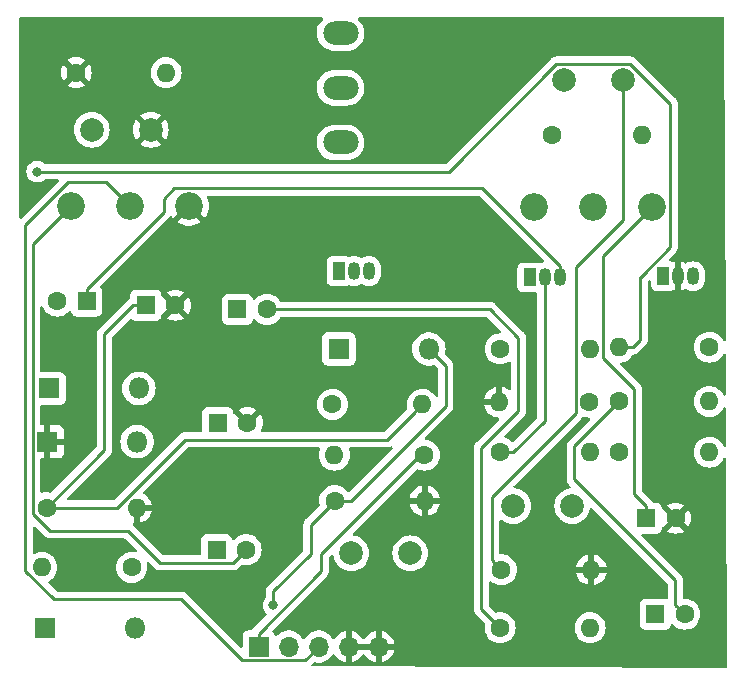
<source format=gbr>
G04 #@! TF.GenerationSoftware,KiCad,Pcbnew,7.0.11+dfsg-1build4*
G04 #@! TF.CreationDate,2026-01-25T21:49:34-05:00*
G04 #@! TF.ProjectId,compressor-01-bearhug,636f6d70-7265-4737-936f-722d30312d62,rev?*
G04 #@! TF.SameCoordinates,Original*
G04 #@! TF.FileFunction,Copper,L2,Bot*
G04 #@! TF.FilePolarity,Positive*
%FSLAX46Y46*%
G04 Gerber Fmt 4.6, Leading zero omitted, Abs format (unit mm)*
G04 Created by KiCad (PCBNEW 7.0.11+dfsg-1build4) date 2026-01-25 21:49:34*
%MOMM*%
%LPD*%
G01*
G04 APERTURE LIST*
G04 #@! TA.AperFunction,ComponentPad*
%ADD10C,2.000000*%
G04 #@! TD*
G04 #@! TA.AperFunction,ComponentPad*
%ADD11R,1.600000X1.600000*%
G04 #@! TD*
G04 #@! TA.AperFunction,ComponentPad*
%ADD12C,1.600000*%
G04 #@! TD*
G04 #@! TA.AperFunction,ComponentPad*
%ADD13R,1.800000X1.800000*%
G04 #@! TD*
G04 #@! TA.AperFunction,ComponentPad*
%ADD14O,1.800000X1.800000*%
G04 #@! TD*
G04 #@! TA.AperFunction,ComponentPad*
%ADD15R,1.700000X1.700000*%
G04 #@! TD*
G04 #@! TA.AperFunction,ComponentPad*
%ADD16O,1.700000X1.700000*%
G04 #@! TD*
G04 #@! TA.AperFunction,ComponentPad*
%ADD17R,1.050000X1.500000*%
G04 #@! TD*
G04 #@! TA.AperFunction,ComponentPad*
%ADD18O,1.050000X1.500000*%
G04 #@! TD*
G04 #@! TA.AperFunction,ComponentPad*
%ADD19O,1.600000X1.600000*%
G04 #@! TD*
G04 #@! TA.AperFunction,ComponentPad*
%ADD20C,2.340000*%
G04 #@! TD*
G04 #@! TA.AperFunction,ComponentPad*
%ADD21O,3.000000X2.000000*%
G04 #@! TD*
G04 #@! TA.AperFunction,ViaPad*
%ADD22C,0.800000*%
G04 #@! TD*
G04 #@! TA.AperFunction,Conductor*
%ADD23C,0.250000*%
G04 #@! TD*
G04 APERTURE END LIST*
D10*
X156350000Y-47450000D03*
X161350000Y-47450000D03*
D11*
X128700000Y-66900000D03*
D12*
X131200000Y-66900000D03*
D10*
X138350000Y-87550000D03*
X143350000Y-87550000D03*
D11*
X164084000Y-92710000D03*
D12*
X166584000Y-92710000D03*
D11*
X126950000Y-87250000D03*
D12*
X129450000Y-87250000D03*
D11*
X115950000Y-66200000D03*
D12*
X113450000Y-66200000D03*
D11*
X163322000Y-84582000D03*
D12*
X165822000Y-84582000D03*
D11*
X120950000Y-66550000D03*
D12*
X123450000Y-66550000D03*
D11*
X127050000Y-76500000D03*
D12*
X129550000Y-76500000D03*
D10*
X116372000Y-51700000D03*
X121372000Y-51700000D03*
D13*
X137300000Y-70250000D03*
D14*
X144920000Y-70250000D03*
D13*
X112750000Y-73600000D03*
D14*
X120370000Y-73600000D03*
D13*
X112600000Y-78100000D03*
D14*
X120220000Y-78100000D03*
D13*
X112400000Y-93900000D03*
D14*
X120020000Y-93900000D03*
D15*
X130500000Y-95450000D03*
D16*
X133040000Y-95450000D03*
X135580000Y-95450000D03*
X138120000Y-95450000D03*
X140660000Y-95450000D03*
D17*
X164750000Y-64100000D03*
D18*
X166020000Y-64100000D03*
X167290000Y-64100000D03*
D17*
X137300000Y-63650000D03*
D18*
X138570000Y-63650000D03*
X139840000Y-63650000D03*
D17*
X153450000Y-64200000D03*
D18*
X154720000Y-64200000D03*
X155990000Y-64200000D03*
D12*
X136750000Y-74950000D03*
D19*
X144370000Y-74950000D03*
D12*
X136950000Y-83100000D03*
D19*
X144570000Y-83100000D03*
D12*
X144526000Y-79248000D03*
D19*
X136906000Y-79248000D03*
D12*
X150950000Y-93850000D03*
D19*
X158570000Y-93850000D03*
D12*
X115050000Y-46850000D03*
D19*
X122670000Y-46850000D03*
D12*
X161036000Y-74700000D03*
D19*
X168656000Y-74700000D03*
D12*
X168656000Y-70104000D03*
D19*
X161036000Y-70104000D03*
D12*
X150950000Y-79000000D03*
D19*
X158570000Y-79000000D03*
D12*
X150950000Y-70250000D03*
D19*
X158570000Y-70250000D03*
D12*
X155350000Y-52100000D03*
D19*
X162970000Y-52100000D03*
D12*
X161036000Y-78994000D03*
D19*
X168656000Y-78994000D03*
D12*
X119750000Y-88750000D03*
D19*
X112130000Y-88750000D03*
D12*
X112550000Y-83700000D03*
D19*
X120170000Y-83700000D03*
D20*
X124600000Y-58150000D03*
X119600000Y-58150000D03*
X114600000Y-58150000D03*
X163850000Y-58200000D03*
X158850000Y-58200000D03*
X153850000Y-58200000D03*
D21*
X137436500Y-43501000D03*
X137436500Y-48136500D03*
X137436500Y-52772000D03*
D12*
X151050000Y-88950000D03*
D19*
X158670000Y-88950000D03*
D12*
X158500000Y-74750000D03*
D19*
X150880000Y-74750000D03*
D10*
X157050000Y-83550000D03*
X152050000Y-83550000D03*
D22*
X131750000Y-91950000D03*
X111750000Y-55250000D03*
D23*
X157374999Y-63275001D02*
X161350000Y-59300000D01*
X157374999Y-75675001D02*
X157374999Y-63275001D01*
X151050000Y-88950000D02*
X150250001Y-88150001D01*
X161350000Y-59300000D02*
X161350000Y-47450000D01*
X150250001Y-82799999D02*
X157374999Y-75675001D01*
X150250001Y-88150001D02*
X150250001Y-82799999D01*
X152500000Y-69300000D02*
X150100000Y-66900000D01*
X150100000Y-66900000D02*
X131200000Y-66900000D01*
X150950000Y-93850000D02*
X149350000Y-92250000D01*
X149350000Y-92250000D02*
X149350000Y-78650000D01*
X152500000Y-75500000D02*
X152500000Y-69300000D01*
X149350000Y-78650000D02*
X152500000Y-75500000D01*
X165784001Y-89838001D02*
X157226000Y-81280000D01*
X166584000Y-92710000D02*
X165784001Y-91910001D01*
X157226000Y-81280000D02*
X157226000Y-78510000D01*
X157226000Y-78510000D02*
X161036000Y-74700000D01*
X165784001Y-91910001D02*
X165784001Y-89838001D01*
X134925000Y-85125000D02*
X136950000Y-83100000D01*
X134925000Y-87575000D02*
X134925000Y-85125000D01*
X146350000Y-71680000D02*
X144920000Y-70250000D01*
X131750000Y-90750000D02*
X134925000Y-87575000D01*
X138350000Y-83100000D02*
X146350000Y-75100000D01*
X131750000Y-91950000D02*
X131750000Y-90750000D01*
X144920000Y-70250000D02*
X145819999Y-71149999D01*
X146350000Y-75100000D02*
X146350000Y-71680000D01*
X136950000Y-83100000D02*
X138350000Y-83100000D01*
X154720000Y-76361370D02*
X154720000Y-65200000D01*
X150950000Y-79000000D02*
X152081370Y-79000000D01*
X154720000Y-65200000D02*
X154720000Y-64200000D01*
X152081370Y-79000000D02*
X154720000Y-76361370D01*
X119450000Y-85650000D02*
X112834998Y-85650000D01*
X128324999Y-88375001D02*
X122175001Y-88375001D01*
X111374999Y-61375001D02*
X113430001Y-59319999D01*
X129450000Y-87250000D02*
X128324999Y-88375001D01*
X112834998Y-85650000D02*
X111374999Y-84190001D01*
X111374999Y-84190001D02*
X111374999Y-61375001D01*
X122175001Y-88375001D02*
X119450000Y-85650000D01*
X113430001Y-59319999D02*
X114600000Y-58150000D01*
X155990000Y-63200000D02*
X155990000Y-64200000D01*
X123345001Y-56654999D02*
X149444999Y-56654999D01*
X115950000Y-65150000D02*
X122450000Y-58650000D01*
X122450000Y-58650000D02*
X122450000Y-57550000D01*
X122450000Y-57550000D02*
X123345001Y-56654999D01*
X149444999Y-56654999D02*
X155990000Y-63200000D01*
X115950000Y-66200000D02*
X115950000Y-65150000D01*
X144570000Y-83100000D02*
X145701370Y-83100000D01*
X138120000Y-95450000D02*
X140660000Y-95450000D01*
X140660000Y-95450000D02*
X140600000Y-95450000D01*
X162306000Y-73660000D02*
X159695001Y-71049001D01*
X162306000Y-82516000D02*
X162306000Y-73660000D01*
X159695001Y-62354999D02*
X162680001Y-59369999D01*
X163322000Y-84582000D02*
X163322000Y-83532000D01*
X162680001Y-59369999D02*
X163850000Y-58200000D01*
X159695001Y-71049001D02*
X159695001Y-62354999D01*
X163322000Y-83532000D02*
X162306000Y-82516000D01*
X118504998Y-83700000D02*
X113681370Y-83700000D01*
X144370000Y-74950000D02*
X143570001Y-75749999D01*
X143570001Y-75749999D02*
X143570001Y-75779999D01*
X117450000Y-69000000D02*
X119900000Y-66550000D01*
X141400000Y-77950000D02*
X124254998Y-77950000D01*
X124254998Y-77950000D02*
X118504998Y-83700000D01*
X119900000Y-66550000D02*
X120950000Y-66550000D01*
X113681370Y-83700000D02*
X112550000Y-83700000D01*
X117450000Y-78800000D02*
X117450000Y-69000000D01*
X112550000Y-83700000D02*
X117450000Y-78800000D01*
X143570001Y-75779999D02*
X141400000Y-77950000D01*
X135800000Y-87650000D02*
X144450000Y-79000000D01*
X135800000Y-89050000D02*
X135800000Y-87650000D01*
X130500000Y-94350000D02*
X135800000Y-89050000D01*
X130500000Y-95450000D02*
X130500000Y-94350000D01*
X161036000Y-70104000D02*
X162167370Y-70104000D01*
X146588998Y-55250000D02*
X155713999Y-46124999D01*
X163068000Y-64008000D02*
X162830000Y-64159998D01*
X161986001Y-46124999D02*
X165345001Y-49483999D01*
X155713999Y-46124999D02*
X161986001Y-46124999D01*
X162814000Y-64262000D02*
X163068000Y-64008000D01*
X162814000Y-69457370D02*
X162814000Y-64262000D01*
X165345001Y-49483999D02*
X165345001Y-61644997D01*
X165345001Y-61644997D02*
X163068000Y-64008000D01*
X162167370Y-70104000D02*
X162814000Y-69457370D01*
X111750000Y-55250000D02*
X146588998Y-55250000D01*
X110744000Y-59793398D02*
X114403398Y-56134000D01*
X114554000Y-56134000D02*
X114300000Y-56134000D01*
X119600000Y-58150000D02*
X117584000Y-56134000D01*
X129137001Y-96625001D02*
X123952000Y-91440000D01*
X117584000Y-56134000D02*
X114554000Y-56134000D01*
X135580000Y-95450000D02*
X134404999Y-96625001D01*
X134404999Y-96625001D02*
X129137001Y-96625001D01*
X114403398Y-56134000D02*
X114554000Y-56134000D01*
X110744000Y-89029002D02*
X110744000Y-59793398D01*
X123952000Y-91440000D02*
X113154998Y-91440000D01*
X113154998Y-91440000D02*
X110744000Y-89029002D01*
G04 #@! TA.AperFunction,Conductor*
G36*
X135906703Y-42184002D02*
G01*
X135953196Y-42237658D01*
X135963300Y-42307932D01*
X135933806Y-42372512D01*
X135922135Y-42384312D01*
X135845031Y-42452619D01*
X135845022Y-42452629D01*
X135690993Y-42641281D01*
X135569215Y-42852205D01*
X135569212Y-42852210D01*
X135482845Y-43079939D01*
X135434126Y-43318579D01*
X135424319Y-43561937D01*
X135424319Y-43561944D01*
X135453677Y-43803721D01*
X135453677Y-43803722D01*
X135521436Y-44037655D01*
X135521440Y-44037666D01*
X135625848Y-44257701D01*
X135625849Y-44257703D01*
X135625850Y-44257704D01*
X135764207Y-44458148D01*
X135932925Y-44633802D01*
X136127635Y-44780117D01*
X136343295Y-44893304D01*
X136574318Y-44970431D01*
X136814721Y-45009500D01*
X136814725Y-45009500D01*
X137997306Y-45009500D01*
X137997306Y-45009499D01*
X138179268Y-44994810D01*
X138415748Y-44936523D01*
X138415749Y-44936522D01*
X138415751Y-44936522D01*
X138470896Y-44913026D01*
X138639816Y-44841056D01*
X138845668Y-44710883D01*
X138845675Y-44710877D01*
X138845676Y-44710877D01*
X139027968Y-44549380D01*
X139027974Y-44549375D01*
X139182010Y-44360714D01*
X139303789Y-44149787D01*
X139390156Y-43922057D01*
X139438874Y-43683421D01*
X139448681Y-43440061D01*
X139419323Y-43198280D01*
X139351561Y-42964338D01*
X139298353Y-42852205D01*
X139247151Y-42744298D01*
X139176043Y-42641281D01*
X139108793Y-42543852D01*
X138948800Y-42377282D01*
X138916038Y-42314298D01*
X138922528Y-42243599D01*
X138966211Y-42187632D01*
X139033217Y-42164166D01*
X139039673Y-42164000D01*
X169800579Y-42164000D01*
X169868700Y-42184002D01*
X169915193Y-42237658D01*
X169926578Y-42289419D01*
X170051658Y-69431895D01*
X170031970Y-69500108D01*
X169978529Y-69546847D01*
X169908302Y-69557275D01*
X169843586Y-69528080D01*
X169811464Y-69485725D01*
X169793524Y-69447252D01*
X169662200Y-69259703D01*
X169662195Y-69259697D01*
X169500302Y-69097804D01*
X169500296Y-69097799D01*
X169312749Y-68966477D01*
X169105246Y-68869717D01*
X169105240Y-68869715D01*
X168974562Y-68834700D01*
X168884087Y-68810457D01*
X168656000Y-68790502D01*
X168427913Y-68810457D01*
X168206759Y-68869715D01*
X168206753Y-68869717D01*
X167999250Y-68966477D01*
X167811703Y-69097799D01*
X167811697Y-69097804D01*
X167649804Y-69259697D01*
X167649799Y-69259703D01*
X167518477Y-69447250D01*
X167421717Y-69654753D01*
X167421715Y-69654759D01*
X167362457Y-69875913D01*
X167342502Y-70104000D01*
X167362457Y-70332086D01*
X167421715Y-70553240D01*
X167421717Y-70553246D01*
X167518477Y-70760749D01*
X167620707Y-70906749D01*
X167649802Y-70948300D01*
X167811700Y-71110198D01*
X167999251Y-71241523D01*
X168206757Y-71338284D01*
X168427913Y-71397543D01*
X168656000Y-71417498D01*
X168884087Y-71397543D01*
X169105243Y-71338284D01*
X169312749Y-71241523D01*
X169500300Y-71110198D01*
X169662198Y-70948300D01*
X169793523Y-70760749D01*
X169805476Y-70735116D01*
X169817593Y-70709131D01*
X169864510Y-70655845D01*
X169932787Y-70636384D01*
X170000747Y-70656925D01*
X170046813Y-70710948D01*
X170057787Y-70761799D01*
X170073049Y-74073769D01*
X170053361Y-74141982D01*
X169999920Y-74188721D01*
X169929693Y-74199149D01*
X169864977Y-74169954D01*
X169832855Y-74127599D01*
X169793524Y-74043252D01*
X169662200Y-73855703D01*
X169662195Y-73855697D01*
X169500302Y-73693804D01*
X169500296Y-73693799D01*
X169312749Y-73562477D01*
X169105246Y-73465717D01*
X169105240Y-73465715D01*
X168996216Y-73436502D01*
X168884087Y-73406457D01*
X168656000Y-73386502D01*
X168427913Y-73406457D01*
X168206759Y-73465715D01*
X168206753Y-73465717D01*
X167999250Y-73562477D01*
X167811703Y-73693799D01*
X167811697Y-73693804D01*
X167649804Y-73855697D01*
X167649799Y-73855703D01*
X167518477Y-74043250D01*
X167421717Y-74250753D01*
X167421715Y-74250759D01*
X167381301Y-74401585D01*
X167362457Y-74471913D01*
X167342502Y-74700000D01*
X167362457Y-74928087D01*
X167384004Y-75008500D01*
X167421715Y-75149240D01*
X167421717Y-75149246D01*
X167518477Y-75356749D01*
X167630400Y-75516592D01*
X167649802Y-75544300D01*
X167811700Y-75706198D01*
X167999251Y-75837523D01*
X168206757Y-75934284D01*
X168427913Y-75993543D01*
X168656000Y-76013498D01*
X168884087Y-75993543D01*
X169105243Y-75934284D01*
X169312749Y-75837523D01*
X169500300Y-75706198D01*
X169662198Y-75544300D01*
X169793523Y-75356749D01*
X169838565Y-75260154D01*
X169885481Y-75206870D01*
X169953759Y-75187408D01*
X170021719Y-75207949D01*
X170067785Y-75261972D01*
X170078759Y-75312823D01*
X170093035Y-78410629D01*
X170073347Y-78478842D01*
X170019906Y-78525581D01*
X169949679Y-78536009D01*
X169884963Y-78506814D01*
X169852841Y-78464460D01*
X169793523Y-78337251D01*
X169662198Y-78149700D01*
X169500300Y-77987802D01*
X169328311Y-77867374D01*
X169312749Y-77856477D01*
X169105246Y-77759717D01*
X169105240Y-77759715D01*
X168947225Y-77717375D01*
X168884087Y-77700457D01*
X168656000Y-77680502D01*
X168427913Y-77700457D01*
X168206759Y-77759715D01*
X168206753Y-77759717D01*
X167999250Y-77856477D01*
X167811703Y-77987799D01*
X167811697Y-77987804D01*
X167649804Y-78149697D01*
X167649799Y-78149703D01*
X167518477Y-78337250D01*
X167421717Y-78544753D01*
X167421715Y-78544759D01*
X167385511Y-78679875D01*
X167362457Y-78765913D01*
X167342502Y-78994000D01*
X167362457Y-79222087D01*
X167378829Y-79283189D01*
X167421715Y-79443240D01*
X167421717Y-79443246D01*
X167518477Y-79650749D01*
X167551032Y-79697243D01*
X167649802Y-79838300D01*
X167811700Y-80000198D01*
X167999251Y-80131523D01*
X168206757Y-80228284D01*
X168427913Y-80287543D01*
X168656000Y-80307498D01*
X168884087Y-80287543D01*
X169105243Y-80228284D01*
X169312749Y-80131523D01*
X169500300Y-80000198D01*
X169662198Y-79838300D01*
X169793523Y-79650749D01*
X169858160Y-79512132D01*
X169905075Y-79458849D01*
X169973352Y-79439387D01*
X170041312Y-79459928D01*
X170087379Y-79513950D01*
X170098353Y-79564802D01*
X170179414Y-97154881D01*
X170159726Y-97223094D01*
X170106285Y-97269833D01*
X170052881Y-97281461D01*
X135096218Y-97133339D01*
X135028183Y-97113048D01*
X134981918Y-97059196D01*
X134972112Y-96988880D01*
X135001878Y-96924425D01*
X135007642Y-96918260D01*
X135122205Y-96803697D01*
X135184515Y-96769673D01*
X135240218Y-96770616D01*
X135240224Y-96770586D01*
X135240430Y-96770620D01*
X135242236Y-96770651D01*
X135245356Y-96771441D01*
X135245365Y-96771444D01*
X135467431Y-96808500D01*
X135467435Y-96808500D01*
X135692565Y-96808500D01*
X135692569Y-96808500D01*
X135914635Y-96771444D01*
X136127574Y-96698342D01*
X136325576Y-96591189D01*
X136503240Y-96452906D01*
X136655722Y-96287268D01*
X136655927Y-96286955D01*
X136744816Y-96150899D01*
X136798819Y-96104810D01*
X136869167Y-96095235D01*
X136933524Y-96125212D01*
X136955782Y-96150898D01*
X137044674Y-96286958D01*
X137197097Y-96452534D01*
X137374698Y-96590767D01*
X137374699Y-96590768D01*
X137572628Y-96697882D01*
X137572630Y-96697883D01*
X137785483Y-96770955D01*
X137785492Y-96770957D01*
X137866000Y-96784391D01*
X137866000Y-95883674D01*
X137977685Y-95934680D01*
X138084237Y-95950000D01*
X138155763Y-95950000D01*
X138262315Y-95934680D01*
X138374000Y-95883674D01*
X138374000Y-96784390D01*
X138454507Y-96770957D01*
X138454516Y-96770955D01*
X138667369Y-96697883D01*
X138667371Y-96697882D01*
X138865300Y-96590768D01*
X138865301Y-96590767D01*
X139042902Y-96452534D01*
X139195327Y-96286955D01*
X139284517Y-96150441D01*
X139338521Y-96104352D01*
X139408868Y-96094777D01*
X139473226Y-96124754D01*
X139495483Y-96150441D01*
X139584672Y-96286955D01*
X139737097Y-96452534D01*
X139914698Y-96590767D01*
X139914699Y-96590768D01*
X140112628Y-96697882D01*
X140112630Y-96697883D01*
X140325483Y-96770955D01*
X140325492Y-96770957D01*
X140406000Y-96784391D01*
X140406000Y-95883674D01*
X140517685Y-95934680D01*
X140624237Y-95950000D01*
X140695763Y-95950000D01*
X140802315Y-95934680D01*
X140914000Y-95883674D01*
X140914000Y-96784390D01*
X140994507Y-96770957D01*
X140994516Y-96770955D01*
X141207369Y-96697883D01*
X141207371Y-96697882D01*
X141405300Y-96590768D01*
X141405301Y-96590767D01*
X141582902Y-96452534D01*
X141735325Y-96286958D01*
X141858419Y-96098548D01*
X141948820Y-95892456D01*
X141948823Y-95892449D01*
X141996544Y-95704000D01*
X141091116Y-95704000D01*
X141119493Y-95659844D01*
X141160000Y-95521889D01*
X141160000Y-95378111D01*
X141119493Y-95240156D01*
X141091116Y-95196000D01*
X141996544Y-95196000D01*
X141996544Y-95195999D01*
X141948823Y-95007550D01*
X141948820Y-95007543D01*
X141858419Y-94801451D01*
X141735325Y-94613041D01*
X141582902Y-94447465D01*
X141405301Y-94309232D01*
X141405300Y-94309231D01*
X141207371Y-94202117D01*
X141207369Y-94202116D01*
X140994512Y-94129043D01*
X140994501Y-94129040D01*
X140914000Y-94115606D01*
X140914000Y-95016325D01*
X140802315Y-94965320D01*
X140695763Y-94950000D01*
X140624237Y-94950000D01*
X140517685Y-94965320D01*
X140406000Y-95016325D01*
X140406000Y-94115607D01*
X140405999Y-94115606D01*
X140325498Y-94129040D01*
X140325487Y-94129043D01*
X140112630Y-94202116D01*
X140112628Y-94202117D01*
X139914699Y-94309231D01*
X139914698Y-94309232D01*
X139737097Y-94447465D01*
X139584674Y-94613042D01*
X139495483Y-94749559D01*
X139441479Y-94795647D01*
X139371131Y-94805222D01*
X139306774Y-94775244D01*
X139284517Y-94749559D01*
X139195325Y-94613042D01*
X139042902Y-94447465D01*
X138865301Y-94309232D01*
X138865300Y-94309231D01*
X138667371Y-94202117D01*
X138667369Y-94202116D01*
X138454512Y-94129043D01*
X138454501Y-94129040D01*
X138374000Y-94115606D01*
X138374000Y-95016325D01*
X138262315Y-94965320D01*
X138155763Y-94950000D01*
X138084237Y-94950000D01*
X137977685Y-94965320D01*
X137866000Y-95016325D01*
X137866000Y-94115607D01*
X137865999Y-94115606D01*
X137785498Y-94129040D01*
X137785487Y-94129043D01*
X137572630Y-94202116D01*
X137572628Y-94202117D01*
X137374699Y-94309231D01*
X137374698Y-94309232D01*
X137197097Y-94447465D01*
X137044670Y-94613045D01*
X136955780Y-94749101D01*
X136901776Y-94795189D01*
X136831428Y-94804764D01*
X136767071Y-94774786D01*
X136744816Y-94749101D01*
X136705884Y-94689511D01*
X136655724Y-94612734D01*
X136655720Y-94612729D01*
X136526220Y-94472057D01*
X136503240Y-94447094D01*
X136503239Y-94447093D01*
X136503237Y-94447091D01*
X136389942Y-94358910D01*
X136325576Y-94308811D01*
X136127574Y-94201658D01*
X136127572Y-94201657D01*
X136127571Y-94201656D01*
X135914639Y-94128557D01*
X135914630Y-94128555D01*
X135837029Y-94115606D01*
X135692569Y-94091500D01*
X135467431Y-94091500D01*
X135322971Y-94115606D01*
X135245369Y-94128555D01*
X135245360Y-94128557D01*
X135032428Y-94201656D01*
X135032426Y-94201658D01*
X134968031Y-94236507D01*
X134834426Y-94308810D01*
X134834424Y-94308811D01*
X134656762Y-94447091D01*
X134504279Y-94612729D01*
X134415483Y-94748643D01*
X134361479Y-94794731D01*
X134291131Y-94804306D01*
X134226774Y-94774329D01*
X134204517Y-94748643D01*
X134115926Y-94613045D01*
X134115722Y-94612732D01*
X134115721Y-94612731D01*
X134115720Y-94612729D01*
X133986220Y-94472057D01*
X133963240Y-94447094D01*
X133963239Y-94447093D01*
X133963237Y-94447091D01*
X133849942Y-94358910D01*
X133785576Y-94308811D01*
X133587574Y-94201658D01*
X133587572Y-94201657D01*
X133587571Y-94201656D01*
X133374639Y-94128557D01*
X133374630Y-94128555D01*
X133297029Y-94115606D01*
X133152569Y-94091500D01*
X132927431Y-94091500D01*
X132782971Y-94115606D01*
X132705369Y-94128555D01*
X132705360Y-94128557D01*
X132492428Y-94201656D01*
X132492426Y-94201658D01*
X132428031Y-94236507D01*
X132294426Y-94308810D01*
X132294424Y-94308811D01*
X132116762Y-94447091D01*
X132055754Y-94513363D01*
X131994901Y-94549933D01*
X131923936Y-94547798D01*
X131865391Y-94507636D01*
X131844999Y-94472057D01*
X131802795Y-94358907D01*
X131800889Y-94353796D01*
X131800888Y-94353794D01*
X131800887Y-94353792D01*
X131713263Y-94236741D01*
X131713261Y-94236740D01*
X131713261Y-94236739D01*
X131712948Y-94236505D01*
X131712711Y-94236188D01*
X131706889Y-94230366D01*
X131707726Y-94229528D01*
X131670402Y-94179672D01*
X131665335Y-94108857D01*
X131699356Y-94046546D01*
X136188660Y-89557243D01*
X136201098Y-89547280D01*
X136200910Y-89547053D01*
X136207016Y-89542001D01*
X136207015Y-89542001D01*
X136207018Y-89542000D01*
X136253661Y-89492328D01*
X136256351Y-89489552D01*
X136276135Y-89469770D01*
X136278614Y-89466573D01*
X136286311Y-89457559D01*
X136316586Y-89425321D01*
X136326346Y-89407565D01*
X136337195Y-89391050D01*
X136349614Y-89375041D01*
X136367179Y-89334446D01*
X136372384Y-89323821D01*
X136393695Y-89285060D01*
X136398733Y-89265434D01*
X136405137Y-89246732D01*
X136413180Y-89228147D01*
X136413179Y-89228147D01*
X136413181Y-89228145D01*
X136420096Y-89184481D01*
X136422504Y-89172852D01*
X136426353Y-89157863D01*
X136433500Y-89130030D01*
X136433500Y-89109775D01*
X136435051Y-89090063D01*
X136436841Y-89078761D01*
X136438220Y-89070057D01*
X136434059Y-89026036D01*
X136433500Y-89014179D01*
X136433500Y-87964594D01*
X136453502Y-87896473D01*
X136470400Y-87875503D01*
X136640588Y-87705315D01*
X136702897Y-87671292D01*
X136773713Y-87676356D01*
X136830549Y-87718903D01*
X136854298Y-87781880D01*
X136854690Y-87781819D01*
X136854990Y-87783715D01*
X136855292Y-87784515D01*
X136855464Y-87786706D01*
X136910894Y-88017592D01*
X136947522Y-88106019D01*
X137001760Y-88236963D01*
X137111191Y-88415538D01*
X137125825Y-88439417D01*
X137125826Y-88439419D01*
X137280030Y-88619969D01*
X137460580Y-88774173D01*
X137460584Y-88774176D01*
X137663037Y-88898240D01*
X137882406Y-88989105D01*
X138113289Y-89044535D01*
X138350000Y-89063165D01*
X138586711Y-89044535D01*
X138817594Y-88989105D01*
X139036963Y-88898240D01*
X139239416Y-88774176D01*
X139419969Y-88619969D01*
X139574176Y-88439416D01*
X139698240Y-88236963D01*
X139789105Y-88017594D01*
X139844535Y-87786711D01*
X139863165Y-87550000D01*
X141836835Y-87550000D01*
X141855465Y-87786710D01*
X141910894Y-88017592D01*
X141947522Y-88106019D01*
X142001760Y-88236963D01*
X142111191Y-88415538D01*
X142125825Y-88439417D01*
X142125826Y-88439419D01*
X142280030Y-88619969D01*
X142460580Y-88774173D01*
X142460584Y-88774176D01*
X142663037Y-88898240D01*
X142882406Y-88989105D01*
X143113289Y-89044535D01*
X143350000Y-89063165D01*
X143586711Y-89044535D01*
X143817594Y-88989105D01*
X144036963Y-88898240D01*
X144239416Y-88774176D01*
X144419969Y-88619969D01*
X144574176Y-88439416D01*
X144698240Y-88236963D01*
X144789105Y-88017594D01*
X144844535Y-87786711D01*
X144863165Y-87550000D01*
X144844535Y-87313289D01*
X144789105Y-87082406D01*
X144698240Y-86863037D01*
X144574176Y-86660584D01*
X144574173Y-86660580D01*
X144419969Y-86480030D01*
X144239419Y-86325826D01*
X144239417Y-86325825D01*
X144239416Y-86325824D01*
X144036963Y-86201760D01*
X144031778Y-86199612D01*
X143817592Y-86110894D01*
X143659651Y-86072976D01*
X143586711Y-86055465D01*
X143350000Y-86036835D01*
X143113289Y-86055465D01*
X142882407Y-86110894D01*
X142663038Y-86201759D01*
X142460582Y-86325825D01*
X142460580Y-86325826D01*
X142280030Y-86480030D01*
X142125826Y-86660580D01*
X142125825Y-86660582D01*
X142001759Y-86863038D01*
X141910894Y-87082407D01*
X141855465Y-87313289D01*
X141836835Y-87550000D01*
X139863165Y-87550000D01*
X139844535Y-87313289D01*
X139789105Y-87082406D01*
X139698240Y-86863037D01*
X139574176Y-86660584D01*
X139574173Y-86660580D01*
X139419969Y-86480030D01*
X139239419Y-86325826D01*
X139239417Y-86325825D01*
X139239416Y-86325824D01*
X139036963Y-86201760D01*
X139031778Y-86199612D01*
X138817592Y-86110894D01*
X138650945Y-86070886D01*
X138586711Y-86055465D01*
X138586709Y-86055464D01*
X138586706Y-86055464D01*
X138584515Y-86055292D01*
X138583729Y-86054992D01*
X138581819Y-86054690D01*
X138581882Y-86054288D01*
X138518176Y-86030001D01*
X138476041Y-85972860D01*
X138471487Y-85902010D01*
X138505314Y-85840588D01*
X141499902Y-82846000D01*
X143283917Y-82846000D01*
X144258314Y-82846000D01*
X144242359Y-82861955D01*
X144184835Y-82974852D01*
X144165014Y-83100000D01*
X144184835Y-83225148D01*
X144242359Y-83338045D01*
X144258314Y-83354000D01*
X143283918Y-83354000D01*
X143336186Y-83549068D01*
X143336188Y-83549073D01*
X143432912Y-83756498D01*
X143564184Y-83943974D01*
X143564189Y-83943980D01*
X143726019Y-84105810D01*
X143726025Y-84105815D01*
X143913501Y-84237087D01*
X144120926Y-84333811D01*
X144120931Y-84333813D01*
X144316000Y-84386081D01*
X144316000Y-83411686D01*
X144331955Y-83427641D01*
X144444852Y-83485165D01*
X144538519Y-83500000D01*
X144601481Y-83500000D01*
X144695148Y-83485165D01*
X144808045Y-83427641D01*
X144824000Y-83411686D01*
X144824000Y-84386081D01*
X145019068Y-84333813D01*
X145019073Y-84333811D01*
X145226498Y-84237087D01*
X145413974Y-84105815D01*
X145413980Y-84105810D01*
X145575810Y-83943980D01*
X145575815Y-83943974D01*
X145707087Y-83756498D01*
X145803811Y-83549073D01*
X145803813Y-83549068D01*
X145856082Y-83354000D01*
X144881686Y-83354000D01*
X144897641Y-83338045D01*
X144955165Y-83225148D01*
X144974986Y-83100000D01*
X144955165Y-82974852D01*
X144897641Y-82861955D01*
X144881686Y-82846000D01*
X145856082Y-82846000D01*
X145803813Y-82650931D01*
X145803811Y-82650926D01*
X145707087Y-82443501D01*
X145575815Y-82256025D01*
X145575810Y-82256019D01*
X145413980Y-82094189D01*
X145413974Y-82094184D01*
X145226498Y-81962912D01*
X145019073Y-81866188D01*
X145019071Y-81866187D01*
X144824000Y-81813917D01*
X144824000Y-82788314D01*
X144808045Y-82772359D01*
X144695148Y-82714835D01*
X144601481Y-82700000D01*
X144538519Y-82700000D01*
X144444852Y-82714835D01*
X144331955Y-82772359D01*
X144316000Y-82788314D01*
X144316000Y-81813917D01*
X144315999Y-81813917D01*
X144120928Y-81866187D01*
X144120926Y-81866188D01*
X143913501Y-81962912D01*
X143726025Y-82094184D01*
X143726019Y-82094189D01*
X143564189Y-82256019D01*
X143564184Y-82256025D01*
X143432912Y-82443501D01*
X143336188Y-82650926D01*
X143336186Y-82650931D01*
X143283917Y-82846000D01*
X141499902Y-82846000D01*
X143869016Y-80476886D01*
X143931326Y-80442862D01*
X144002141Y-80447927D01*
X144011349Y-80451784D01*
X144076757Y-80482284D01*
X144297913Y-80541543D01*
X144526000Y-80561498D01*
X144754087Y-80541543D01*
X144975243Y-80482284D01*
X145182749Y-80385523D01*
X145370300Y-80254198D01*
X145532198Y-80092300D01*
X145663523Y-79904749D01*
X145760284Y-79697243D01*
X145819543Y-79476087D01*
X145839498Y-79248000D01*
X145819543Y-79019913D01*
X145760284Y-78798757D01*
X145663523Y-78591251D01*
X145532198Y-78403700D01*
X145370300Y-78241802D01*
X145362292Y-78236195D01*
X145182749Y-78110477D01*
X144975246Y-78013717D01*
X144975240Y-78013715D01*
X144878520Y-77987799D01*
X144754087Y-77954457D01*
X144689796Y-77948832D01*
X144623680Y-77922969D01*
X144582041Y-77865466D01*
X144578100Y-77794579D01*
X144611683Y-77734219D01*
X146738657Y-75607245D01*
X146751092Y-75597284D01*
X146750905Y-75597057D01*
X146757016Y-75592001D01*
X146757015Y-75592001D01*
X146757018Y-75592000D01*
X146803676Y-75542312D01*
X146806367Y-75539535D01*
X146826134Y-75519770D01*
X146828617Y-75516567D01*
X146836308Y-75507562D01*
X146866586Y-75475321D01*
X146876345Y-75457567D01*
X146887197Y-75441046D01*
X146899613Y-75425041D01*
X146917168Y-75384470D01*
X146922392Y-75373808D01*
X146931772Y-75356747D01*
X146943695Y-75335060D01*
X146948733Y-75315435D01*
X146955138Y-75296730D01*
X146963181Y-75278145D01*
X146970096Y-75234476D01*
X146972503Y-75222856D01*
X146978612Y-75199068D01*
X146983500Y-75180030D01*
X146983500Y-75159769D01*
X146985051Y-75140058D01*
X146985931Y-75134500D01*
X146988219Y-75120057D01*
X146984059Y-75076045D01*
X146983500Y-75064188D01*
X146983500Y-71763849D01*
X146985249Y-71748012D01*
X146984955Y-71747985D01*
X146985701Y-71740092D01*
X146983562Y-71672031D01*
X146983500Y-71668073D01*
X146983500Y-71640151D01*
X146983500Y-71640144D01*
X146982991Y-71636123D01*
X146982061Y-71624296D01*
X146980673Y-71580110D01*
X146975022Y-71560663D01*
X146971012Y-71541300D01*
X146968610Y-71522283D01*
X146968474Y-71521203D01*
X146952192Y-71480081D01*
X146948358Y-71468882D01*
X146936018Y-71426406D01*
X146925700Y-71408961D01*
X146917005Y-71391209D01*
X146915545Y-71387522D01*
X146909552Y-71372383D01*
X146909550Y-71372379D01*
X146883564Y-71336613D01*
X146877045Y-71326689D01*
X146854541Y-71288635D01*
X146840218Y-71274312D01*
X146827377Y-71259279D01*
X146825140Y-71256200D01*
X146815472Y-71242893D01*
X146781405Y-71214710D01*
X146772626Y-71206721D01*
X146311022Y-70745117D01*
X146276996Y-70682805D01*
X146277972Y-70625092D01*
X146314051Y-70482626D01*
X146333327Y-70250000D01*
X146314051Y-70017374D01*
X146298199Y-69954777D01*
X146256750Y-69791096D01*
X146256747Y-69791089D01*
X146252940Y-69782411D01*
X146162984Y-69577331D01*
X146143068Y-69546847D01*
X146035314Y-69381916D01*
X145877225Y-69210186D01*
X145877221Y-69210182D01*
X145785118Y-69138496D01*
X145693017Y-69066810D01*
X145487727Y-68955713D01*
X145487724Y-68955712D01*
X145487723Y-68955711D01*
X145266955Y-68879921D01*
X145266948Y-68879919D01*
X145168411Y-68863476D01*
X145036712Y-68841500D01*
X144803288Y-68841500D01*
X144688066Y-68860727D01*
X144573051Y-68879919D01*
X144573044Y-68879921D01*
X144352276Y-68955711D01*
X144352273Y-68955713D01*
X144146985Y-69066809D01*
X144146983Y-69066810D01*
X143962778Y-69210182D01*
X143962774Y-69210186D01*
X143804685Y-69381916D01*
X143677015Y-69577331D01*
X143583252Y-69791089D01*
X143583249Y-69791096D01*
X143525950Y-70017366D01*
X143506673Y-70250000D01*
X143525950Y-70482633D01*
X143583249Y-70708903D01*
X143583252Y-70708910D01*
X143677015Y-70922668D01*
X143804685Y-71118083D01*
X143962774Y-71289813D01*
X143962778Y-71289817D01*
X144016733Y-71331812D01*
X144146983Y-71433190D01*
X144352273Y-71544287D01*
X144573049Y-71620080D01*
X144803288Y-71658500D01*
X144803292Y-71658500D01*
X145036708Y-71658500D01*
X145036712Y-71658500D01*
X145266951Y-71620080D01*
X145287268Y-71613104D01*
X145358187Y-71609901D01*
X145417277Y-71643181D01*
X145679595Y-71905499D01*
X145713621Y-71967811D01*
X145716500Y-71994594D01*
X145716500Y-74192079D01*
X145696498Y-74260200D01*
X145642842Y-74306693D01*
X145572568Y-74316797D01*
X145507988Y-74287303D01*
X145487287Y-74264350D01*
X145376200Y-74105703D01*
X145376195Y-74105697D01*
X145214302Y-73943804D01*
X145214296Y-73943799D01*
X145026749Y-73812477D01*
X144819246Y-73715717D01*
X144819240Y-73715715D01*
X144648846Y-73670058D01*
X144598087Y-73656457D01*
X144370000Y-73636502D01*
X144141913Y-73656457D01*
X143920759Y-73715715D01*
X143920753Y-73715717D01*
X143713250Y-73812477D01*
X143525703Y-73943799D01*
X143525697Y-73943804D01*
X143363804Y-74105697D01*
X143363799Y-74105703D01*
X143232477Y-74293250D01*
X143135717Y-74500753D01*
X143135715Y-74500759D01*
X143076457Y-74721913D01*
X143056502Y-74950000D01*
X143076457Y-75178090D01*
X143094173Y-75244204D01*
X143092483Y-75315180D01*
X143064322Y-75363062D01*
X143053416Y-75374677D01*
X143053411Y-75374682D01*
X143043651Y-75392435D01*
X143032804Y-75408948D01*
X143020388Y-75424955D01*
X143016353Y-75431779D01*
X143014770Y-75430843D01*
X142996714Y-75457380D01*
X141174500Y-77279595D01*
X141112188Y-77313620D01*
X141085405Y-77316500D01*
X130810259Y-77316500D01*
X130742138Y-77296498D01*
X130695645Y-77242842D01*
X130685541Y-77172568D01*
X130696064Y-77137250D01*
X130783811Y-76949074D01*
X130783813Y-76949068D01*
X130843048Y-76728002D01*
X130862995Y-76500000D01*
X130843048Y-76271997D01*
X130783813Y-76050931D01*
X130783811Y-76050926D01*
X130687086Y-75843498D01*
X130637100Y-75772110D01*
X130637097Y-75772110D01*
X129948726Y-76460480D01*
X129935165Y-76374852D01*
X129877641Y-76261955D01*
X129788045Y-76172359D01*
X129675148Y-76114835D01*
X129589517Y-76101272D01*
X130277888Y-75412899D01*
X130277888Y-75412898D01*
X130206501Y-75362913D01*
X129999073Y-75266188D01*
X129999068Y-75266186D01*
X129778000Y-75206951D01*
X129778004Y-75206951D01*
X129550000Y-75187004D01*
X129321997Y-75206951D01*
X129100931Y-75266186D01*
X129100926Y-75266188D01*
X128893500Y-75362913D01*
X128822109Y-75412900D01*
X129510481Y-76101272D01*
X129424852Y-76114835D01*
X129311955Y-76172359D01*
X129222359Y-76261955D01*
X129164835Y-76374852D01*
X129151272Y-76460482D01*
X128451219Y-75760428D01*
X128425649Y-75755289D01*
X128374657Y-75705890D01*
X128359666Y-75654630D01*
X128358861Y-75654717D01*
X128351990Y-75590803D01*
X128351988Y-75590795D01*
X128306979Y-75470124D01*
X128300889Y-75453796D01*
X128300888Y-75453794D01*
X128300887Y-75453792D01*
X128213261Y-75336738D01*
X128096207Y-75249112D01*
X128096202Y-75249110D01*
X127959204Y-75198011D01*
X127959196Y-75198009D01*
X127898649Y-75191500D01*
X127898638Y-75191500D01*
X126201362Y-75191500D01*
X126201350Y-75191500D01*
X126140803Y-75198009D01*
X126140795Y-75198011D01*
X126003797Y-75249110D01*
X126003792Y-75249112D01*
X125886738Y-75336738D01*
X125799112Y-75453792D01*
X125799110Y-75453797D01*
X125748011Y-75590795D01*
X125748009Y-75590803D01*
X125741500Y-75651350D01*
X125741500Y-77190500D01*
X125721498Y-77258621D01*
X125667842Y-77305114D01*
X125615500Y-77316500D01*
X124338851Y-77316500D01*
X124323009Y-77314750D01*
X124322982Y-77315044D01*
X124315090Y-77314298D01*
X124315089Y-77314298D01*
X124291358Y-77315044D01*
X124247012Y-77316438D01*
X124243053Y-77316500D01*
X124215142Y-77316500D01*
X124215139Y-77316500D01*
X124215124Y-77316501D01*
X124211119Y-77317007D01*
X124199302Y-77317937D01*
X124155111Y-77319326D01*
X124155109Y-77319327D01*
X124135654Y-77324978D01*
X124116301Y-77328986D01*
X124096209Y-77331524D01*
X124096203Y-77331525D01*
X124096201Y-77331526D01*
X124055096Y-77347800D01*
X124043872Y-77351643D01*
X124001405Y-77363982D01*
X123983962Y-77374297D01*
X123966216Y-77382990D01*
X123947380Y-77390448D01*
X123911608Y-77416437D01*
X123901692Y-77422951D01*
X123863635Y-77445458D01*
X123849309Y-77459784D01*
X123834283Y-77472617D01*
X123817893Y-77484525D01*
X123817891Y-77484527D01*
X123789698Y-77518605D01*
X123781711Y-77527381D01*
X118279498Y-83029595D01*
X118217186Y-83063621D01*
X118190403Y-83066500D01*
X114383594Y-83066500D01*
X114315473Y-83046498D01*
X114268980Y-82992842D01*
X114258876Y-82922568D01*
X114288370Y-82857988D01*
X114294499Y-82851405D01*
X115180331Y-81965573D01*
X117838657Y-79307245D01*
X117851092Y-79297284D01*
X117850905Y-79297057D01*
X117857016Y-79292001D01*
X117857015Y-79292001D01*
X117857018Y-79292000D01*
X117903676Y-79242312D01*
X117906367Y-79239535D01*
X117926134Y-79219770D01*
X117928617Y-79216567D01*
X117936308Y-79207562D01*
X117966586Y-79175321D01*
X117976345Y-79157567D01*
X117987197Y-79141046D01*
X117999613Y-79125041D01*
X118017168Y-79084470D01*
X118022392Y-79073808D01*
X118043695Y-79035060D01*
X118048733Y-79015435D01*
X118055138Y-78996730D01*
X118063181Y-78978145D01*
X118070096Y-78934476D01*
X118072503Y-78922856D01*
X118083498Y-78880036D01*
X118083500Y-78880028D01*
X118083500Y-78859769D01*
X118085051Y-78840058D01*
X118088219Y-78820057D01*
X118084059Y-78776045D01*
X118083500Y-78764188D01*
X118083500Y-78100000D01*
X118806673Y-78100000D01*
X118825885Y-78331855D01*
X118825950Y-78332633D01*
X118883249Y-78558903D01*
X118883252Y-78558910D01*
X118977015Y-78772668D01*
X119104685Y-78968083D01*
X119262774Y-79139813D01*
X119262778Y-79139817D01*
X119308394Y-79175321D01*
X119446983Y-79283190D01*
X119652273Y-79394287D01*
X119873049Y-79470080D01*
X120103288Y-79508500D01*
X120103292Y-79508500D01*
X120336708Y-79508500D01*
X120336712Y-79508500D01*
X120566951Y-79470080D01*
X120787727Y-79394287D01*
X120993017Y-79283190D01*
X121177220Y-79139818D01*
X121190824Y-79125041D01*
X121335314Y-78968083D01*
X121392838Y-78880036D01*
X121462984Y-78772669D01*
X121556749Y-78558907D01*
X121614051Y-78332626D01*
X121633327Y-78100000D01*
X121614051Y-77867374D01*
X121595240Y-77793090D01*
X121556750Y-77641096D01*
X121556747Y-77641089D01*
X121462984Y-77427331D01*
X121335314Y-77231916D01*
X121177225Y-77060186D01*
X121177221Y-77060182D01*
X121034469Y-76949074D01*
X120993017Y-76916810D01*
X120787727Y-76805713D01*
X120787724Y-76805712D01*
X120787723Y-76805711D01*
X120566955Y-76729921D01*
X120566948Y-76729919D01*
X120468411Y-76713476D01*
X120336712Y-76691500D01*
X120103288Y-76691500D01*
X119990937Y-76710248D01*
X119873051Y-76729919D01*
X119873044Y-76729921D01*
X119652276Y-76805711D01*
X119652273Y-76805713D01*
X119446985Y-76916809D01*
X119446983Y-76916810D01*
X119262778Y-77060182D01*
X119262774Y-77060186D01*
X119104685Y-77231916D01*
X118977015Y-77427331D01*
X118883252Y-77641089D01*
X118883249Y-77641096D01*
X118825950Y-77867366D01*
X118825949Y-77867372D01*
X118825949Y-77867374D01*
X118806673Y-78100000D01*
X118083500Y-78100000D01*
X118083500Y-73600000D01*
X118956673Y-73600000D01*
X118974279Y-73812477D01*
X118975950Y-73832633D01*
X119033249Y-74058903D01*
X119033252Y-74058910D01*
X119127015Y-74272668D01*
X119254685Y-74468083D01*
X119412774Y-74639813D01*
X119412778Y-74639817D01*
X119478650Y-74691087D01*
X119596983Y-74783190D01*
X119802273Y-74894287D01*
X120023049Y-74970080D01*
X120253288Y-75008500D01*
X120253292Y-75008500D01*
X120486708Y-75008500D01*
X120486712Y-75008500D01*
X120716951Y-74970080D01*
X120775442Y-74950000D01*
X135436502Y-74950000D01*
X135456457Y-75178087D01*
X135464191Y-75206951D01*
X135515715Y-75399240D01*
X135515717Y-75399246D01*
X135612477Y-75606749D01*
X135729443Y-75773794D01*
X135743802Y-75794300D01*
X135905700Y-75956198D01*
X136093251Y-76087523D01*
X136300757Y-76184284D01*
X136521913Y-76243543D01*
X136750000Y-76263498D01*
X136978087Y-76243543D01*
X137199243Y-76184284D01*
X137406749Y-76087523D01*
X137594300Y-75956198D01*
X137756198Y-75794300D01*
X137887523Y-75606749D01*
X137984284Y-75399243D01*
X138043543Y-75178087D01*
X138063498Y-74950000D01*
X138043543Y-74721913D01*
X137984284Y-74500757D01*
X137887523Y-74293251D01*
X137756198Y-74105700D01*
X137594300Y-73943802D01*
X137540340Y-73906019D01*
X137406749Y-73812477D01*
X137199246Y-73715717D01*
X137199240Y-73715715D01*
X137028846Y-73670058D01*
X136978087Y-73656457D01*
X136750000Y-73636502D01*
X136521913Y-73656457D01*
X136300759Y-73715715D01*
X136300753Y-73715717D01*
X136093250Y-73812477D01*
X135905703Y-73943799D01*
X135905697Y-73943804D01*
X135743804Y-74105697D01*
X135743799Y-74105703D01*
X135612477Y-74293250D01*
X135515717Y-74500753D01*
X135515715Y-74500759D01*
X135478456Y-74639813D01*
X135456457Y-74721913D01*
X135436502Y-74950000D01*
X120775442Y-74950000D01*
X120937727Y-74894287D01*
X121143017Y-74783190D01*
X121327220Y-74639818D01*
X121340998Y-74624852D01*
X121485314Y-74468083D01*
X121562461Y-74350000D01*
X121612984Y-74272669D01*
X121706749Y-74058907D01*
X121764051Y-73832626D01*
X121783327Y-73600000D01*
X121764051Y-73367374D01*
X121748686Y-73306699D01*
X121706750Y-73141096D01*
X121706747Y-73141089D01*
X121612984Y-72927331D01*
X121485314Y-72731916D01*
X121327225Y-72560186D01*
X121327221Y-72560182D01*
X121235118Y-72488496D01*
X121143017Y-72416810D01*
X120937727Y-72305713D01*
X120937724Y-72305712D01*
X120937723Y-72305711D01*
X120716955Y-72229921D01*
X120716948Y-72229919D01*
X120618411Y-72213476D01*
X120486712Y-72191500D01*
X120253288Y-72191500D01*
X120138066Y-72210727D01*
X120023051Y-72229919D01*
X120023044Y-72229921D01*
X119802276Y-72305711D01*
X119802273Y-72305713D01*
X119596985Y-72416809D01*
X119596983Y-72416810D01*
X119412778Y-72560182D01*
X119412774Y-72560186D01*
X119254685Y-72731916D01*
X119127015Y-72927331D01*
X119033252Y-73141089D01*
X119033249Y-73141096D01*
X118975950Y-73367366D01*
X118975949Y-73367372D01*
X118975949Y-73367374D01*
X118956673Y-73600000D01*
X118083500Y-73600000D01*
X118083500Y-71198649D01*
X135891500Y-71198649D01*
X135898009Y-71259196D01*
X135898011Y-71259204D01*
X135949110Y-71396202D01*
X135949112Y-71396207D01*
X136036738Y-71513261D01*
X136153792Y-71600887D01*
X136153794Y-71600888D01*
X136153796Y-71600889D01*
X136200774Y-71618411D01*
X136290795Y-71651988D01*
X136290803Y-71651990D01*
X136351350Y-71658499D01*
X136351355Y-71658499D01*
X136351362Y-71658500D01*
X136351368Y-71658500D01*
X138248632Y-71658500D01*
X138248638Y-71658500D01*
X138248645Y-71658499D01*
X138248649Y-71658499D01*
X138309196Y-71651990D01*
X138309199Y-71651989D01*
X138309201Y-71651989D01*
X138446204Y-71600889D01*
X138473962Y-71580110D01*
X138563261Y-71513261D01*
X138650887Y-71396207D01*
X138650887Y-71396206D01*
X138650889Y-71396204D01*
X138701989Y-71259201D01*
X138702313Y-71256195D01*
X138708499Y-71198649D01*
X138708500Y-71198632D01*
X138708500Y-69301367D01*
X138708499Y-69301350D01*
X138701990Y-69240803D01*
X138701988Y-69240795D01*
X138650889Y-69103797D01*
X138650887Y-69103792D01*
X138563261Y-68986738D01*
X138446207Y-68899112D01*
X138446202Y-68899110D01*
X138309204Y-68848011D01*
X138309196Y-68848009D01*
X138248649Y-68841500D01*
X138248638Y-68841500D01*
X136351362Y-68841500D01*
X136351350Y-68841500D01*
X136290803Y-68848009D01*
X136290795Y-68848011D01*
X136153797Y-68899110D01*
X136153792Y-68899112D01*
X136036738Y-68986738D01*
X135949112Y-69103792D01*
X135949110Y-69103797D01*
X135898011Y-69240795D01*
X135898009Y-69240803D01*
X135891500Y-69301350D01*
X135891500Y-71198649D01*
X118083500Y-71198649D01*
X118083500Y-69314593D01*
X118103502Y-69246472D01*
X118120400Y-69225503D01*
X119621412Y-67724490D01*
X119683722Y-67690467D01*
X119754537Y-67695531D01*
X119786014Y-67712719D01*
X119903792Y-67800887D01*
X119903794Y-67800888D01*
X119903796Y-67800889D01*
X119962875Y-67822924D01*
X120040795Y-67851988D01*
X120040803Y-67851990D01*
X120101350Y-67858499D01*
X120101355Y-67858499D01*
X120101362Y-67858500D01*
X120101368Y-67858500D01*
X121798632Y-67858500D01*
X121798638Y-67858500D01*
X121798645Y-67858499D01*
X121798649Y-67858499D01*
X121859196Y-67851990D01*
X121859199Y-67851989D01*
X121859201Y-67851989D01*
X121996204Y-67800889D01*
X122019018Y-67783811D01*
X122113261Y-67713261D01*
X122200887Y-67596207D01*
X122200887Y-67596206D01*
X122200889Y-67596204D01*
X122251989Y-67459201D01*
X122253947Y-67440994D01*
X122258861Y-67395283D01*
X122259908Y-67395395D01*
X122282056Y-67332567D01*
X122338113Y-67289000D01*
X122354105Y-67286682D01*
X123051272Y-66589516D01*
X123064835Y-66675148D01*
X123122359Y-66788045D01*
X123211955Y-66877641D01*
X123324852Y-66935165D01*
X123410482Y-66948727D01*
X122722110Y-67637098D01*
X122722110Y-67637100D01*
X122793498Y-67687086D01*
X123000926Y-67783811D01*
X123000931Y-67783813D01*
X123221999Y-67843048D01*
X123221995Y-67843048D01*
X123450000Y-67862995D01*
X123678002Y-67843048D01*
X123899068Y-67783813D01*
X123899073Y-67783811D01*
X124106497Y-67687088D01*
X124177888Y-67637099D01*
X124177888Y-67637097D01*
X123489518Y-66948727D01*
X123575148Y-66935165D01*
X123688045Y-66877641D01*
X123777641Y-66788045D01*
X123835165Y-66675148D01*
X123848727Y-66589518D01*
X124537097Y-67277888D01*
X124537099Y-67277888D01*
X124587088Y-67206497D01*
X124683811Y-66999073D01*
X124683813Y-66999068D01*
X124743048Y-66778002D01*
X124762995Y-66550000D01*
X124743048Y-66321997D01*
X124683813Y-66100931D01*
X124683811Y-66100926D01*
X124587086Y-65893498D01*
X124537100Y-65822110D01*
X124537098Y-65822110D01*
X123848727Y-66510481D01*
X123835165Y-66424852D01*
X123777641Y-66311955D01*
X123688045Y-66222359D01*
X123575148Y-66164835D01*
X123489517Y-66151272D01*
X124177888Y-65462899D01*
X124177888Y-65462898D01*
X124106501Y-65412913D01*
X123899073Y-65316188D01*
X123899068Y-65316186D01*
X123678000Y-65256951D01*
X123678004Y-65256951D01*
X123450000Y-65237004D01*
X123221997Y-65256951D01*
X123000931Y-65316186D01*
X123000926Y-65316188D01*
X122793500Y-65412913D01*
X122722109Y-65462900D01*
X123410481Y-66151272D01*
X123324852Y-66164835D01*
X123211955Y-66222359D01*
X123122359Y-66311955D01*
X123064835Y-66424852D01*
X123051272Y-66510481D01*
X122351219Y-65810428D01*
X122325649Y-65805289D01*
X122274657Y-65755890D01*
X122259666Y-65704630D01*
X122258861Y-65704717D01*
X122251990Y-65640803D01*
X122251988Y-65640795D01*
X122215605Y-65543250D01*
X122200889Y-65503796D01*
X122200888Y-65503794D01*
X122200887Y-65503792D01*
X122113261Y-65386738D01*
X121996207Y-65299112D01*
X121996202Y-65299110D01*
X121859204Y-65248011D01*
X121859196Y-65248009D01*
X121798649Y-65241500D01*
X121798638Y-65241500D01*
X120101362Y-65241500D01*
X120101350Y-65241500D01*
X120040803Y-65248009D01*
X120040795Y-65248011D01*
X119903797Y-65299110D01*
X119903792Y-65299112D01*
X119786738Y-65386738D01*
X119699112Y-65503792D01*
X119699110Y-65503797D01*
X119648011Y-65640795D01*
X119648009Y-65640803D01*
X119641500Y-65701350D01*
X119641500Y-65890561D01*
X119621498Y-65958682D01*
X119589564Y-65992495D01*
X119566141Y-66009513D01*
X119556622Y-66016429D01*
X119546704Y-66022944D01*
X119508640Y-66045454D01*
X119494307Y-66059787D01*
X119479281Y-66072620D01*
X119462895Y-66084525D01*
X119434711Y-66118593D01*
X119426723Y-66127370D01*
X117061336Y-68492757D01*
X117048901Y-68502721D01*
X117049089Y-68502948D01*
X117042979Y-68508002D01*
X116996370Y-68557635D01*
X116993620Y-68560473D01*
X116973863Y-68580231D01*
X116971374Y-68583439D01*
X116963688Y-68592436D01*
X116933418Y-68624673D01*
X116933411Y-68624683D01*
X116923651Y-68642435D01*
X116912803Y-68658950D01*
X116900386Y-68674958D01*
X116882824Y-68715540D01*
X116877604Y-68726195D01*
X116856305Y-68764939D01*
X116856303Y-68764944D01*
X116851267Y-68784559D01*
X116844864Y-68803262D01*
X116836819Y-68821852D01*
X116829901Y-68865525D01*
X116827495Y-68877142D01*
X116816500Y-68919968D01*
X116816500Y-68940223D01*
X116814949Y-68959933D01*
X116811780Y-68979943D01*
X116815162Y-69015716D01*
X116815941Y-69023961D01*
X116816500Y-69035819D01*
X116816500Y-78485404D01*
X116796498Y-78553525D01*
X116779595Y-78574499D01*
X112963246Y-82390847D01*
X112900934Y-82424873D01*
X112841540Y-82423459D01*
X112778090Y-82406457D01*
X112550000Y-82386502D01*
X112321913Y-82406457D01*
X112167110Y-82447936D01*
X112096133Y-82446246D01*
X112037337Y-82406451D01*
X112009390Y-82341187D01*
X112008499Y-82326229D01*
X112008499Y-79634000D01*
X112028501Y-79565879D01*
X112082157Y-79519386D01*
X112134499Y-79508000D01*
X112346000Y-79508000D01*
X112346000Y-78471462D01*
X112402547Y-78510016D01*
X112532173Y-78550000D01*
X112633724Y-78550000D01*
X112734138Y-78534865D01*
X112854000Y-78477142D01*
X112854000Y-79508000D01*
X113548585Y-79508000D01*
X113548597Y-79507999D01*
X113609093Y-79501494D01*
X113745964Y-79450444D01*
X113745965Y-79450444D01*
X113862904Y-79362904D01*
X113950444Y-79245965D01*
X113950444Y-79245964D01*
X114001494Y-79109093D01*
X114007999Y-79048597D01*
X114008000Y-79048585D01*
X114008000Y-78354000D01*
X112972968Y-78354000D01*
X113023625Y-78266260D01*
X113053810Y-78134008D01*
X113043673Y-77998735D01*
X112994113Y-77872459D01*
X112973013Y-77846000D01*
X114008000Y-77846000D01*
X114008000Y-77151414D01*
X114007999Y-77151402D01*
X114001494Y-77090906D01*
X113950444Y-76954035D01*
X113950444Y-76954034D01*
X113862904Y-76837095D01*
X113745965Y-76749555D01*
X113609093Y-76698505D01*
X113548597Y-76692000D01*
X112854000Y-76692000D01*
X112854000Y-77728537D01*
X112797453Y-77689984D01*
X112667827Y-77650000D01*
X112566276Y-77650000D01*
X112465862Y-77665135D01*
X112346000Y-77722857D01*
X112346000Y-76692000D01*
X112134499Y-76692000D01*
X112066378Y-76671998D01*
X112019885Y-76618342D01*
X112008499Y-76566000D01*
X112008499Y-75134500D01*
X112028501Y-75066379D01*
X112082157Y-75019886D01*
X112134499Y-75008500D01*
X113698632Y-75008500D01*
X113698638Y-75008500D01*
X113698645Y-75008499D01*
X113698649Y-75008499D01*
X113759196Y-75001990D01*
X113759199Y-75001989D01*
X113759201Y-75001989D01*
X113896204Y-74950889D01*
X113902574Y-74946121D01*
X114013261Y-74863261D01*
X114100887Y-74746207D01*
X114100887Y-74746206D01*
X114100889Y-74746204D01*
X114151989Y-74609201D01*
X114158500Y-74548638D01*
X114158500Y-72651362D01*
X114158499Y-72651350D01*
X114151990Y-72590803D01*
X114151988Y-72590795D01*
X114100889Y-72453797D01*
X114100887Y-72453792D01*
X114013261Y-72336738D01*
X113896207Y-72249112D01*
X113896202Y-72249110D01*
X113759204Y-72198011D01*
X113759196Y-72198009D01*
X113698649Y-72191500D01*
X113698638Y-72191500D01*
X112134499Y-72191500D01*
X112066378Y-72171498D01*
X112019885Y-72117842D01*
X112008499Y-72065500D01*
X112008499Y-66773215D01*
X112028501Y-66705094D01*
X112082157Y-66658601D01*
X112152431Y-66648497D01*
X112217011Y-66677991D01*
X112248694Y-66719965D01*
X112312477Y-66856749D01*
X112412133Y-66999073D01*
X112443802Y-67044300D01*
X112605700Y-67206198D01*
X112793251Y-67337523D01*
X113000757Y-67434284D01*
X113221913Y-67493543D01*
X113450000Y-67513498D01*
X113678087Y-67493543D01*
X113899243Y-67434284D01*
X114106749Y-67337523D01*
X114294300Y-67206198D01*
X114439640Y-67060857D01*
X114501948Y-67026835D01*
X114572764Y-67031899D01*
X114629600Y-67074446D01*
X114646787Y-67105922D01*
X114699110Y-67246202D01*
X114699112Y-67246207D01*
X114786738Y-67363261D01*
X114903792Y-67450887D01*
X114903794Y-67450888D01*
X114903796Y-67450889D01*
X114962875Y-67472924D01*
X115040795Y-67501988D01*
X115040803Y-67501990D01*
X115101350Y-67508499D01*
X115101355Y-67508499D01*
X115101362Y-67508500D01*
X115101368Y-67508500D01*
X116798632Y-67508500D01*
X116798638Y-67508500D01*
X116798645Y-67508499D01*
X116798649Y-67508499D01*
X116859196Y-67501990D01*
X116859199Y-67501989D01*
X116859201Y-67501989D01*
X116996204Y-67450889D01*
X117018389Y-67434282D01*
X117113261Y-67363261D01*
X117200887Y-67246207D01*
X117200887Y-67246206D01*
X117200889Y-67246204D01*
X117251989Y-67109201D01*
X117255726Y-67074446D01*
X117258499Y-67048649D01*
X117258500Y-67048632D01*
X117258500Y-65351367D01*
X117258499Y-65351350D01*
X117251990Y-65290803D01*
X117251988Y-65290795D01*
X117216708Y-65196207D01*
X117200889Y-65153796D01*
X117200888Y-65153794D01*
X117200887Y-65153792D01*
X117112719Y-65036014D01*
X117087908Y-64969494D01*
X117102999Y-64900120D01*
X117124489Y-64871413D01*
X117547253Y-64448649D01*
X136266500Y-64448649D01*
X136273009Y-64509196D01*
X136273011Y-64509204D01*
X136324110Y-64646202D01*
X136324112Y-64646207D01*
X136411738Y-64763261D01*
X136528792Y-64850887D01*
X136528794Y-64850888D01*
X136528796Y-64850889D01*
X136582686Y-64870989D01*
X136665795Y-64901988D01*
X136665803Y-64901990D01*
X136726350Y-64908499D01*
X136726355Y-64908499D01*
X136726362Y-64908500D01*
X136726368Y-64908500D01*
X137873632Y-64908500D01*
X137873638Y-64908500D01*
X137873645Y-64908499D01*
X137873649Y-64908499D01*
X137934196Y-64901990D01*
X137934199Y-64901989D01*
X137934201Y-64901989D01*
X137943186Y-64898638D01*
X138071201Y-64850890D01*
X138071200Y-64850890D01*
X138071204Y-64850889D01*
X138071207Y-64850886D01*
X138079113Y-64846570D01*
X138080791Y-64849644D01*
X138131496Y-64830717D01*
X138177092Y-64835817D01*
X138367399Y-64893546D01*
X138367403Y-64893546D01*
X138367405Y-64893547D01*
X138569997Y-64913501D01*
X138570000Y-64913501D01*
X138570003Y-64913501D01*
X138772594Y-64893547D01*
X138772595Y-64893546D01*
X138772601Y-64893546D01*
X138967417Y-64834450D01*
X139145607Y-64739205D01*
X139215109Y-64724734D01*
X139264391Y-64739204D01*
X139442583Y-64834450D01*
X139637399Y-64893546D01*
X139637403Y-64893546D01*
X139637405Y-64893547D01*
X139839997Y-64913501D01*
X139840000Y-64913501D01*
X139840003Y-64913501D01*
X140042594Y-64893547D01*
X140042595Y-64893546D01*
X140042601Y-64893546D01*
X140237417Y-64834450D01*
X140416960Y-64738482D01*
X140574331Y-64609331D01*
X140703482Y-64451960D01*
X140799450Y-64272417D01*
X140858546Y-64077601D01*
X140858906Y-64073953D01*
X140865896Y-64002973D01*
X140873500Y-63925775D01*
X140873500Y-63374225D01*
X140861851Y-63255953D01*
X140858547Y-63222405D01*
X140858546Y-63222403D01*
X140858546Y-63222399D01*
X140799450Y-63027583D01*
X140703482Y-62848040D01*
X140574331Y-62690669D01*
X140416960Y-62561518D01*
X140237417Y-62465550D01*
X140042601Y-62406454D01*
X140042600Y-62406453D01*
X140042594Y-62406452D01*
X139840003Y-62386499D01*
X139839997Y-62386499D01*
X139637405Y-62406452D01*
X139442582Y-62465550D01*
X139264396Y-62560793D01*
X139194890Y-62575265D01*
X139145604Y-62560793D01*
X138967417Y-62465550D01*
X138772594Y-62406452D01*
X138570003Y-62386499D01*
X138569997Y-62386499D01*
X138367405Y-62406452D01*
X138177094Y-62464181D01*
X138106100Y-62464814D01*
X138079961Y-62451878D01*
X138079114Y-62453430D01*
X138071203Y-62449110D01*
X137934204Y-62398011D01*
X137934196Y-62398009D01*
X137873649Y-62391500D01*
X137873638Y-62391500D01*
X136726362Y-62391500D01*
X136726350Y-62391500D01*
X136665803Y-62398009D01*
X136665795Y-62398011D01*
X136528797Y-62449110D01*
X136528792Y-62449112D01*
X136411738Y-62536738D01*
X136324112Y-62653792D01*
X136324110Y-62653797D01*
X136273011Y-62790795D01*
X136273009Y-62790803D01*
X136266500Y-62851350D01*
X136266500Y-64448649D01*
X117547253Y-64448649D01*
X122838657Y-59157245D01*
X122851092Y-59147284D01*
X122850905Y-59147057D01*
X122857016Y-59142001D01*
X122857015Y-59142001D01*
X122857018Y-59142000D01*
X122903676Y-59092312D01*
X122906367Y-59089535D01*
X122926134Y-59069770D01*
X122928617Y-59066567D01*
X122936308Y-59057562D01*
X122966586Y-59025321D01*
X122966585Y-59025321D01*
X122972015Y-59019540D01*
X122973635Y-59021061D01*
X123020849Y-58984641D01*
X123091584Y-58978552D01*
X123154382Y-59011672D01*
X123175704Y-59039047D01*
X123209682Y-59097899D01*
X123209685Y-59097902D01*
X123246597Y-59144190D01*
X123246598Y-59144190D01*
X123996065Y-58394723D01*
X124007188Y-58428956D01*
X124095186Y-58567619D01*
X124214903Y-58680040D01*
X124353160Y-58756048D01*
X123606010Y-59503197D01*
X123606010Y-59503199D01*
X123758638Y-59607259D01*
X123758646Y-59607263D01*
X123985235Y-59716384D01*
X123985247Y-59716389D01*
X124225552Y-59790513D01*
X124225564Y-59790515D01*
X124474255Y-59828000D01*
X124725745Y-59828000D01*
X124974435Y-59790515D01*
X124974447Y-59790513D01*
X125214752Y-59716389D01*
X125214765Y-59716384D01*
X125441355Y-59607263D01*
X125593988Y-59503198D01*
X125593988Y-59503197D01*
X124843482Y-58752691D01*
X124915629Y-58724126D01*
X125048492Y-58627595D01*
X125153175Y-58501055D01*
X125203441Y-58394232D01*
X125953399Y-59144190D01*
X125953400Y-59144190D01*
X125990318Y-59097897D01*
X126116066Y-58880095D01*
X126116068Y-58880091D01*
X126207945Y-58645989D01*
X126207946Y-58645987D01*
X126263910Y-58400797D01*
X126282704Y-58150000D01*
X126263910Y-57899202D01*
X126207946Y-57654012D01*
X126207945Y-57654009D01*
X126132012Y-57460532D01*
X126125744Y-57389812D01*
X126158705Y-57326931D01*
X126220430Y-57291851D01*
X126249302Y-57288499D01*
X149130405Y-57288499D01*
X149198526Y-57308501D01*
X149219500Y-57325404D01*
X154632302Y-62738206D01*
X154666328Y-62800518D01*
X154661263Y-62871333D01*
X154618716Y-62928169D01*
X154555560Y-62952694D01*
X154517404Y-62956452D01*
X154327094Y-63014181D01*
X154256100Y-63014814D01*
X154229961Y-63001878D01*
X154229114Y-63003430D01*
X154221203Y-62999110D01*
X154084204Y-62948011D01*
X154084196Y-62948009D01*
X154023649Y-62941500D01*
X154023638Y-62941500D01*
X152876362Y-62941500D01*
X152876350Y-62941500D01*
X152815803Y-62948009D01*
X152815795Y-62948011D01*
X152678797Y-62999110D01*
X152678792Y-62999112D01*
X152561738Y-63086738D01*
X152474112Y-63203792D01*
X152474110Y-63203797D01*
X152423011Y-63340795D01*
X152423009Y-63340803D01*
X152416500Y-63401350D01*
X152416500Y-64998649D01*
X152423009Y-65059196D01*
X152423011Y-65059204D01*
X152474110Y-65196202D01*
X152474112Y-65196207D01*
X152561738Y-65313261D01*
X152678792Y-65400887D01*
X152678794Y-65400888D01*
X152678796Y-65400889D01*
X152737875Y-65422924D01*
X152815795Y-65451988D01*
X152815803Y-65451990D01*
X152876350Y-65458499D01*
X152876355Y-65458499D01*
X152876362Y-65458500D01*
X152876368Y-65458500D01*
X153960500Y-65458500D01*
X154028621Y-65478502D01*
X154075114Y-65532158D01*
X154086500Y-65584500D01*
X154086500Y-76046774D01*
X154066498Y-76114895D01*
X154049595Y-76135869D01*
X152082076Y-78103387D01*
X152019764Y-78137413D01*
X151948948Y-78132348D01*
X151903886Y-78103388D01*
X151866490Y-78065992D01*
X151794300Y-77993802D01*
X151606749Y-77862477D01*
X151507636Y-77816260D01*
X151399246Y-77765717D01*
X151399232Y-77765712D01*
X151397846Y-77765341D01*
X151397303Y-77765010D01*
X151394074Y-77763835D01*
X151394310Y-77763185D01*
X151337223Y-77728389D01*
X151306202Y-77664529D01*
X151314632Y-77594034D01*
X151341363Y-77554540D01*
X152042533Y-76853370D01*
X152888659Y-76007243D01*
X152901098Y-75997280D01*
X152900910Y-75997053D01*
X152907016Y-75992001D01*
X152907015Y-75992001D01*
X152907018Y-75992000D01*
X152953661Y-75942328D01*
X152956351Y-75939552D01*
X152976135Y-75919770D01*
X152978614Y-75916573D01*
X152986311Y-75907559D01*
X153016586Y-75875321D01*
X153026346Y-75857565D01*
X153037195Y-75841050D01*
X153049614Y-75825041D01*
X153067179Y-75784446D01*
X153072384Y-75773821D01*
X153093695Y-75735060D01*
X153098733Y-75715434D01*
X153105137Y-75696732D01*
X153113180Y-75678147D01*
X153113179Y-75678147D01*
X153113181Y-75678145D01*
X153120096Y-75634481D01*
X153122504Y-75622852D01*
X153133500Y-75580030D01*
X153133500Y-75559775D01*
X153135051Y-75540063D01*
X153135140Y-75539501D01*
X153138220Y-75520057D01*
X153134059Y-75476036D01*
X153133500Y-75464179D01*
X153133500Y-69383854D01*
X153135249Y-69368012D01*
X153134956Y-69367985D01*
X153135700Y-69360099D01*
X153135702Y-69360092D01*
X153133562Y-69292000D01*
X153133500Y-69288042D01*
X153133500Y-69260150D01*
X153133500Y-69260144D01*
X153132993Y-69256135D01*
X153132062Y-69244306D01*
X153130674Y-69200111D01*
X153125020Y-69180652D01*
X153121012Y-69161297D01*
X153118474Y-69141203D01*
X153102195Y-69100087D01*
X153098356Y-69088872D01*
X153086019Y-69046407D01*
X153075703Y-69028964D01*
X153067005Y-69011209D01*
X153059552Y-68992383D01*
X153033563Y-68956612D01*
X153027052Y-68946700D01*
X153004542Y-68908638D01*
X152990214Y-68894310D01*
X152977384Y-68879289D01*
X152965472Y-68862893D01*
X152965469Y-68862891D01*
X152965469Y-68862890D01*
X152931394Y-68834700D01*
X152922616Y-68826712D01*
X150607244Y-66511339D01*
X150597279Y-66498901D01*
X150597052Y-66499090D01*
X150592001Y-66492984D01*
X150592000Y-66492982D01*
X150542348Y-66446356D01*
X150539505Y-66443600D01*
X150519777Y-66423871D01*
X150519771Y-66423866D01*
X150516567Y-66421380D01*
X150507556Y-66413683D01*
X150475325Y-66383417D01*
X150475319Y-66383413D01*
X150457563Y-66373651D01*
X150441047Y-66362802D01*
X150425041Y-66350386D01*
X150384464Y-66332827D01*
X150373807Y-66327605D01*
X150335063Y-66306306D01*
X150335060Y-66306305D01*
X150315436Y-66301266D01*
X150296736Y-66294864D01*
X150278145Y-66286819D01*
X150278143Y-66286818D01*
X150278141Y-66286818D01*
X150234474Y-66279901D01*
X150222855Y-66277495D01*
X150180030Y-66266500D01*
X150159776Y-66266500D01*
X150140066Y-66264949D01*
X150120057Y-66261780D01*
X150076039Y-66265941D01*
X150064181Y-66266500D01*
X132419394Y-66266500D01*
X132351273Y-66246498D01*
X132316181Y-66212771D01*
X132218427Y-66073165D01*
X132206198Y-66055700D01*
X132044300Y-65893802D01*
X132039671Y-65890561D01*
X131856749Y-65762477D01*
X131649246Y-65665717D01*
X131649240Y-65665715D01*
X131555771Y-65640670D01*
X131428087Y-65606457D01*
X131200000Y-65586502D01*
X130971913Y-65606457D01*
X130750759Y-65665715D01*
X130750753Y-65665717D01*
X130543250Y-65762477D01*
X130355703Y-65893799D01*
X130210362Y-66039140D01*
X130148050Y-66073165D01*
X130077234Y-66068100D01*
X130020399Y-66025553D01*
X130003212Y-65994077D01*
X129950889Y-65853796D01*
X129950887Y-65853792D01*
X129863261Y-65736738D01*
X129746207Y-65649112D01*
X129746202Y-65649110D01*
X129609204Y-65598011D01*
X129609196Y-65598009D01*
X129548649Y-65591500D01*
X129548638Y-65591500D01*
X127851362Y-65591500D01*
X127851350Y-65591500D01*
X127790803Y-65598009D01*
X127790795Y-65598011D01*
X127653797Y-65649110D01*
X127653792Y-65649112D01*
X127536738Y-65736738D01*
X127449112Y-65853792D01*
X127449110Y-65853797D01*
X127398011Y-65990795D01*
X127398009Y-65990803D01*
X127391500Y-66051350D01*
X127391500Y-67748649D01*
X127398009Y-67809196D01*
X127398011Y-67809204D01*
X127449110Y-67946202D01*
X127449112Y-67946207D01*
X127536738Y-68063261D01*
X127653792Y-68150887D01*
X127653794Y-68150888D01*
X127653796Y-68150889D01*
X127712875Y-68172924D01*
X127790795Y-68201988D01*
X127790803Y-68201990D01*
X127851350Y-68208499D01*
X127851355Y-68208499D01*
X127851362Y-68208500D01*
X127851368Y-68208500D01*
X129548632Y-68208500D01*
X129548638Y-68208500D01*
X129548645Y-68208499D01*
X129548649Y-68208499D01*
X129609196Y-68201990D01*
X129609199Y-68201989D01*
X129609201Y-68201989D01*
X129746204Y-68150889D01*
X129768389Y-68134282D01*
X129863261Y-68063261D01*
X129950886Y-67946208D01*
X129950885Y-67946208D01*
X129950889Y-67946204D01*
X130001989Y-67809201D01*
X130001990Y-67809196D01*
X130003211Y-67805922D01*
X130045758Y-67749087D01*
X130112279Y-67724276D01*
X130181653Y-67739368D01*
X130210362Y-67760860D01*
X130355700Y-67906198D01*
X130543251Y-68037523D01*
X130750757Y-68134284D01*
X130971913Y-68193543D01*
X131200000Y-68213498D01*
X131428087Y-68193543D01*
X131649243Y-68134284D01*
X131856749Y-68037523D01*
X132044300Y-67906198D01*
X132206198Y-67744300D01*
X132281263Y-67637097D01*
X132316181Y-67587229D01*
X132371638Y-67542901D01*
X132419394Y-67533500D01*
X149785406Y-67533500D01*
X149853527Y-67553502D01*
X149874501Y-67570405D01*
X151026153Y-68722057D01*
X151060179Y-68784369D01*
X151055114Y-68855184D01*
X151012567Y-68912020D01*
X150948040Y-68936672D01*
X150721918Y-68956456D01*
X150721914Y-68956456D01*
X150721913Y-68956457D01*
X150643582Y-68977446D01*
X150500759Y-69015715D01*
X150500753Y-69015717D01*
X150293250Y-69112477D01*
X150105703Y-69243799D01*
X150105697Y-69243804D01*
X149943804Y-69405697D01*
X149943799Y-69405703D01*
X149812477Y-69593250D01*
X149715717Y-69800753D01*
X149715715Y-69800759D01*
X149675895Y-69949370D01*
X149656457Y-70021913D01*
X149636502Y-70250000D01*
X149656457Y-70478087D01*
X149657675Y-70482632D01*
X149715715Y-70699240D01*
X149715717Y-70699246D01*
X149744886Y-70761799D01*
X149812477Y-70906749D01*
X149943802Y-71094300D01*
X150105700Y-71256198D01*
X150293251Y-71387523D01*
X150500757Y-71484284D01*
X150721913Y-71543543D01*
X150950000Y-71563498D01*
X151178087Y-71543543D01*
X151399243Y-71484284D01*
X151606749Y-71387523D01*
X151668229Y-71344473D01*
X151735503Y-71321786D01*
X151804363Y-71339071D01*
X151852948Y-71390840D01*
X151866500Y-71447687D01*
X151866500Y-73601937D01*
X151846498Y-73670058D01*
X151792842Y-73716551D01*
X151722568Y-73726655D01*
X151668230Y-73705150D01*
X151536501Y-73612913D01*
X151329073Y-73516188D01*
X151329071Y-73516187D01*
X151134000Y-73463917D01*
X151134000Y-74438314D01*
X151118045Y-74422359D01*
X151005148Y-74364835D01*
X150911481Y-74350000D01*
X150848519Y-74350000D01*
X150754852Y-74364835D01*
X150641955Y-74422359D01*
X150626000Y-74438314D01*
X150626000Y-73463917D01*
X150625999Y-73463917D01*
X150430928Y-73516187D01*
X150430926Y-73516188D01*
X150223501Y-73612912D01*
X150036025Y-73744184D01*
X150036019Y-73744189D01*
X149874189Y-73906019D01*
X149874184Y-73906025D01*
X149742912Y-74093501D01*
X149646188Y-74300926D01*
X149646186Y-74300931D01*
X149593917Y-74496000D01*
X150568314Y-74496000D01*
X150552359Y-74511955D01*
X150494835Y-74624852D01*
X150475014Y-74750000D01*
X150494835Y-74875148D01*
X150552359Y-74988045D01*
X150568314Y-75004000D01*
X149593918Y-75004000D01*
X149646186Y-75199068D01*
X149646188Y-75199073D01*
X149742912Y-75406498D01*
X149874184Y-75593974D01*
X149874189Y-75593980D01*
X150036019Y-75755810D01*
X150036025Y-75755815D01*
X150223501Y-75887087D01*
X150430926Y-75983811D01*
X150430931Y-75983813D01*
X150651999Y-76043048D01*
X150651996Y-76043048D01*
X150758957Y-76052405D01*
X150825076Y-76078268D01*
X150866716Y-76135771D01*
X150870657Y-76206658D01*
X150837072Y-76267021D01*
X148961336Y-78142757D01*
X148948901Y-78152721D01*
X148949089Y-78152948D01*
X148942979Y-78158002D01*
X148896370Y-78207635D01*
X148893620Y-78210473D01*
X148873863Y-78230231D01*
X148871374Y-78233439D01*
X148863688Y-78242436D01*
X148833418Y-78274673D01*
X148833411Y-78274683D01*
X148823651Y-78292435D01*
X148812803Y-78308950D01*
X148800386Y-78324958D01*
X148782824Y-78365540D01*
X148777604Y-78376195D01*
X148756305Y-78414939D01*
X148756303Y-78414944D01*
X148751267Y-78434559D01*
X148744864Y-78453262D01*
X148736819Y-78471852D01*
X148729901Y-78515525D01*
X148727495Y-78527142D01*
X148716500Y-78569968D01*
X148716500Y-78590223D01*
X148714949Y-78609933D01*
X148711780Y-78629942D01*
X148715941Y-78673961D01*
X148716500Y-78685819D01*
X148716500Y-92166146D01*
X148714751Y-92181988D01*
X148715044Y-92182016D01*
X148714298Y-92189907D01*
X148716438Y-92257984D01*
X148716500Y-92261943D01*
X148716500Y-92289851D01*
X148716501Y-92289869D01*
X148717007Y-92293877D01*
X148717937Y-92305696D01*
X148719326Y-92349888D01*
X148719327Y-92349893D01*
X148724977Y-92369339D01*
X148728986Y-92388697D01*
X148731525Y-92408793D01*
X148731526Y-92408800D01*
X148747800Y-92449903D01*
X148751644Y-92461129D01*
X148763982Y-92503593D01*
X148774294Y-92521031D01*
X148782988Y-92538779D01*
X148790444Y-92557609D01*
X148790450Y-92557620D01*
X148816432Y-92593381D01*
X148822949Y-92603301D01*
X148845458Y-92641362D01*
X148845459Y-92641363D01*
X148845461Y-92641366D01*
X148859779Y-92655684D01*
X148872617Y-92670714D01*
X148884526Y-92687104D01*
X148884530Y-92687109D01*
X148918598Y-92715292D01*
X148927378Y-92723282D01*
X149640847Y-93436751D01*
X149674873Y-93499063D01*
X149673459Y-93558456D01*
X149656458Y-93621907D01*
X149656457Y-93621910D01*
X149656457Y-93621913D01*
X149636502Y-93850000D01*
X149656457Y-94078087D01*
X149683677Y-94179672D01*
X149715715Y-94299240D01*
X149715717Y-94299246D01*
X149796300Y-94472057D01*
X149812477Y-94506749D01*
X149943802Y-94694300D01*
X150105700Y-94856198D01*
X150293251Y-94987523D01*
X150500757Y-95084284D01*
X150721913Y-95143543D01*
X150950000Y-95163498D01*
X151178087Y-95143543D01*
X151399243Y-95084284D01*
X151606749Y-94987523D01*
X151794300Y-94856198D01*
X151956198Y-94694300D01*
X152087523Y-94506749D01*
X152184284Y-94299243D01*
X152243543Y-94078087D01*
X152263498Y-93850000D01*
X157256502Y-93850000D01*
X157276457Y-94078087D01*
X157303677Y-94179672D01*
X157335715Y-94299240D01*
X157335717Y-94299246D01*
X157416300Y-94472057D01*
X157432477Y-94506749D01*
X157563802Y-94694300D01*
X157725700Y-94856198D01*
X157913251Y-94987523D01*
X158120757Y-95084284D01*
X158341913Y-95143543D01*
X158570000Y-95163498D01*
X158798087Y-95143543D01*
X159019243Y-95084284D01*
X159226749Y-94987523D01*
X159414300Y-94856198D01*
X159576198Y-94694300D01*
X159707523Y-94506749D01*
X159804284Y-94299243D01*
X159863543Y-94078087D01*
X159883498Y-93850000D01*
X159863543Y-93621913D01*
X159804284Y-93400757D01*
X159707523Y-93193251D01*
X159576198Y-93005700D01*
X159414300Y-92843802D01*
X159285758Y-92753796D01*
X159226749Y-92712477D01*
X159019246Y-92615717D01*
X159019240Y-92615715D01*
X158925771Y-92590670D01*
X158798087Y-92556457D01*
X158570000Y-92536502D01*
X158341913Y-92556457D01*
X158120759Y-92615715D01*
X158120753Y-92615717D01*
X157913250Y-92712477D01*
X157725703Y-92843799D01*
X157725697Y-92843804D01*
X157563804Y-93005697D01*
X157563799Y-93005703D01*
X157432477Y-93193250D01*
X157335717Y-93400753D01*
X157335715Y-93400759D01*
X157293409Y-93558649D01*
X157276457Y-93621913D01*
X157256502Y-93850000D01*
X152263498Y-93850000D01*
X152243543Y-93621913D01*
X152184284Y-93400757D01*
X152087523Y-93193251D01*
X151956198Y-93005700D01*
X151794300Y-92843802D01*
X151665758Y-92753796D01*
X151606749Y-92712477D01*
X151399246Y-92615717D01*
X151399240Y-92615715D01*
X151305771Y-92590670D01*
X151178087Y-92556457D01*
X150950000Y-92536502D01*
X150721913Y-92556457D01*
X150721910Y-92556457D01*
X150721907Y-92556458D01*
X150658457Y-92573459D01*
X150587481Y-92571769D01*
X150536752Y-92540847D01*
X150020405Y-92024500D01*
X149986379Y-91962188D01*
X149983500Y-91935405D01*
X149983500Y-90038188D01*
X150003502Y-89970067D01*
X150057158Y-89923574D01*
X150127432Y-89913470D01*
X150192012Y-89942964D01*
X150198595Y-89949093D01*
X150205700Y-89956198D01*
X150393251Y-90087523D01*
X150600757Y-90184284D01*
X150821913Y-90243543D01*
X151050000Y-90263498D01*
X151278087Y-90243543D01*
X151499243Y-90184284D01*
X151706749Y-90087523D01*
X151894300Y-89956198D01*
X152056198Y-89794300D01*
X152187523Y-89606749D01*
X152284284Y-89399243D01*
X152343543Y-89178087D01*
X152363498Y-88950000D01*
X152343543Y-88721913D01*
X152336600Y-88696000D01*
X157383917Y-88696000D01*
X158358314Y-88696000D01*
X158342359Y-88711955D01*
X158284835Y-88824852D01*
X158265014Y-88950000D01*
X158284835Y-89075148D01*
X158342359Y-89188045D01*
X158358314Y-89204000D01*
X157383918Y-89204000D01*
X157436186Y-89399068D01*
X157436188Y-89399073D01*
X157532912Y-89606498D01*
X157664184Y-89793974D01*
X157664189Y-89793980D01*
X157826019Y-89955810D01*
X157826025Y-89955815D01*
X158013501Y-90087087D01*
X158220926Y-90183811D01*
X158220931Y-90183813D01*
X158416000Y-90236081D01*
X158416000Y-89261686D01*
X158431955Y-89277641D01*
X158544852Y-89335165D01*
X158638519Y-89350000D01*
X158701481Y-89350000D01*
X158795148Y-89335165D01*
X158908045Y-89277641D01*
X158924000Y-89261686D01*
X158924000Y-90236081D01*
X159119068Y-90183813D01*
X159119073Y-90183811D01*
X159326498Y-90087087D01*
X159513974Y-89955815D01*
X159513980Y-89955810D01*
X159675810Y-89793980D01*
X159675815Y-89793974D01*
X159807087Y-89606498D01*
X159903811Y-89399073D01*
X159903813Y-89399068D01*
X159956082Y-89204000D01*
X158981686Y-89204000D01*
X158997641Y-89188045D01*
X159055165Y-89075148D01*
X159074986Y-88950000D01*
X159055165Y-88824852D01*
X158997641Y-88711955D01*
X158981686Y-88696000D01*
X159956082Y-88696000D01*
X159903813Y-88500931D01*
X159903811Y-88500926D01*
X159807087Y-88293501D01*
X159675815Y-88106025D01*
X159675810Y-88106019D01*
X159513980Y-87944189D01*
X159513974Y-87944184D01*
X159326498Y-87812912D01*
X159119073Y-87716188D01*
X159119071Y-87716187D01*
X158924000Y-87663917D01*
X158924000Y-88638314D01*
X158908045Y-88622359D01*
X158795148Y-88564835D01*
X158701481Y-88550000D01*
X158638519Y-88550000D01*
X158544852Y-88564835D01*
X158431955Y-88622359D01*
X158416000Y-88638314D01*
X158416000Y-87663917D01*
X158415999Y-87663917D01*
X158220928Y-87716187D01*
X158220926Y-87716188D01*
X158013501Y-87812912D01*
X157826025Y-87944184D01*
X157826019Y-87944189D01*
X157664189Y-88106019D01*
X157664184Y-88106025D01*
X157532912Y-88293501D01*
X157436188Y-88500926D01*
X157436186Y-88500931D01*
X157383917Y-88696000D01*
X152336600Y-88696000D01*
X152284284Y-88500757D01*
X152187523Y-88293251D01*
X152056198Y-88105700D01*
X151894300Y-87943802D01*
X151826707Y-87896473D01*
X151706749Y-87812477D01*
X151499246Y-87715717D01*
X151499240Y-87715715D01*
X151364166Y-87679522D01*
X151278087Y-87656457D01*
X151050000Y-87636502D01*
X151049998Y-87636502D01*
X151049997Y-87636502D01*
X151020479Y-87639084D01*
X150950875Y-87625093D01*
X150899884Y-87575692D01*
X150883501Y-87513563D01*
X150883501Y-84810839D01*
X150903503Y-84742718D01*
X150957159Y-84696225D01*
X151027433Y-84686121D01*
X151091329Y-84715026D01*
X151160584Y-84774176D01*
X151363037Y-84898240D01*
X151582406Y-84989105D01*
X151813289Y-85044535D01*
X152050000Y-85063165D01*
X152286711Y-85044535D01*
X152517594Y-84989105D01*
X152736963Y-84898240D01*
X152939416Y-84774176D01*
X153119969Y-84619969D01*
X153274176Y-84439416D01*
X153398240Y-84236963D01*
X153489105Y-84017594D01*
X153544535Y-83786711D01*
X153563165Y-83550000D01*
X153544535Y-83313289D01*
X153489105Y-83082406D01*
X153398240Y-82863037D01*
X153274176Y-82660584D01*
X153265932Y-82650931D01*
X153119969Y-82480030D01*
X152939419Y-82325826D01*
X152939417Y-82325825D01*
X152939416Y-82325824D01*
X152736963Y-82201760D01*
X152517594Y-82110895D01*
X152517592Y-82110894D01*
X152359651Y-82072976D01*
X152286711Y-82055465D01*
X152191819Y-82047996D01*
X152125479Y-82022711D01*
X152083340Y-81965573D01*
X152078781Y-81894723D01*
X152112610Y-81833292D01*
X157763659Y-76182244D01*
X157776097Y-76172281D01*
X157775909Y-76172054D01*
X157782015Y-76167002D01*
X157782014Y-76167002D01*
X157782017Y-76167001D01*
X157828660Y-76117329D01*
X157831350Y-76114553D01*
X157851134Y-76094771D01*
X157853613Y-76091574D01*
X157861310Y-76082560D01*
X157891585Y-76050322D01*
X157896346Y-76041660D01*
X157946684Y-75991602D01*
X158016099Y-75976703D01*
X158045405Y-75983000D01*
X158045443Y-75982860D01*
X158048249Y-75983611D01*
X158049869Y-75983960D01*
X158050748Y-75984280D01*
X158050757Y-75984284D01*
X158271913Y-76043543D01*
X158485167Y-76062200D01*
X158551283Y-76088062D01*
X158592922Y-76145566D01*
X158596863Y-76216453D01*
X158563278Y-76276815D01*
X156837336Y-78002757D01*
X156824901Y-78012721D01*
X156825089Y-78012948D01*
X156818979Y-78018002D01*
X156772370Y-78067635D01*
X156769620Y-78070473D01*
X156749863Y-78090231D01*
X156747374Y-78093439D01*
X156739688Y-78102436D01*
X156709418Y-78134673D01*
X156709411Y-78134683D01*
X156699651Y-78152435D01*
X156688803Y-78168950D01*
X156676386Y-78184958D01*
X156658824Y-78225540D01*
X156653604Y-78236195D01*
X156632305Y-78274939D01*
X156632303Y-78274944D01*
X156627267Y-78294559D01*
X156620864Y-78313262D01*
X156612819Y-78331852D01*
X156605901Y-78375525D01*
X156603495Y-78387142D01*
X156592500Y-78429968D01*
X156592500Y-78450223D01*
X156590949Y-78469933D01*
X156587780Y-78489943D01*
X156589931Y-78512698D01*
X156591941Y-78533961D01*
X156592500Y-78545819D01*
X156592500Y-81196146D01*
X156590751Y-81211988D01*
X156591044Y-81212016D01*
X156590298Y-81219907D01*
X156592438Y-81287984D01*
X156592500Y-81291943D01*
X156592500Y-81319851D01*
X156592501Y-81319869D01*
X156593007Y-81323877D01*
X156593937Y-81335696D01*
X156595326Y-81379888D01*
X156595327Y-81379893D01*
X156600977Y-81399339D01*
X156604986Y-81418697D01*
X156607525Y-81438793D01*
X156607526Y-81438800D01*
X156623800Y-81479903D01*
X156627644Y-81491129D01*
X156639982Y-81533593D01*
X156650294Y-81551031D01*
X156658988Y-81568779D01*
X156666444Y-81587609D01*
X156666450Y-81587620D01*
X156692432Y-81623381D01*
X156698949Y-81633301D01*
X156721458Y-81671362D01*
X156721459Y-81671363D01*
X156721461Y-81671366D01*
X156735779Y-81685684D01*
X156748617Y-81700714D01*
X156760526Y-81717104D01*
X156760530Y-81717109D01*
X156794598Y-81745292D01*
X156803378Y-81753282D01*
X156890974Y-81840878D01*
X156925000Y-81903190D01*
X156919935Y-81974005D01*
X156877388Y-82030841D01*
X156817953Y-82053256D01*
X156818181Y-82054690D01*
X156813299Y-82055463D01*
X156813291Y-82055464D01*
X156813289Y-82055465D01*
X156733573Y-82074602D01*
X156582407Y-82110894D01*
X156363038Y-82201759D01*
X156160582Y-82325825D01*
X156160580Y-82325826D01*
X155980030Y-82480030D01*
X155825826Y-82660580D01*
X155825825Y-82660582D01*
X155701759Y-82863038D01*
X155610894Y-83082407D01*
X155566097Y-83269004D01*
X155555465Y-83313289D01*
X155536835Y-83550000D01*
X155555465Y-83786711D01*
X155555748Y-83787890D01*
X155610894Y-84017592D01*
X155685139Y-84196835D01*
X155701760Y-84236963D01*
X155809941Y-84413498D01*
X155825825Y-84439417D01*
X155825826Y-84439419D01*
X155980030Y-84619969D01*
X156131906Y-84749683D01*
X156160584Y-84774176D01*
X156363037Y-84898240D01*
X156582406Y-84989105D01*
X156813289Y-85044535D01*
X157050000Y-85063165D01*
X157286711Y-85044535D01*
X157517594Y-84989105D01*
X157736963Y-84898240D01*
X157939416Y-84774176D01*
X158119969Y-84619969D01*
X158274176Y-84439416D01*
X158398240Y-84236963D01*
X158489105Y-84017594D01*
X158544535Y-83786711D01*
X158544536Y-83786700D01*
X158545310Y-83781819D01*
X158546775Y-83782051D01*
X158569688Y-83721908D01*
X158626819Y-83679760D01*
X158697669Y-83675190D01*
X158759121Y-83709025D01*
X165113596Y-90063500D01*
X165147622Y-90125812D01*
X165150501Y-90152595D01*
X165150501Y-91285937D01*
X165130499Y-91354058D01*
X165076843Y-91400551D01*
X165006569Y-91410655D01*
X164995520Y-91408559D01*
X164993196Y-91408009D01*
X164932649Y-91401500D01*
X164932638Y-91401500D01*
X163235362Y-91401500D01*
X163235350Y-91401500D01*
X163174803Y-91408009D01*
X163174795Y-91408011D01*
X163037797Y-91459110D01*
X163037792Y-91459112D01*
X162920738Y-91546738D01*
X162833112Y-91663792D01*
X162833110Y-91663797D01*
X162782011Y-91800795D01*
X162782009Y-91800803D01*
X162775500Y-91861350D01*
X162775500Y-93558649D01*
X162782009Y-93619196D01*
X162782011Y-93619204D01*
X162833110Y-93756202D01*
X162833112Y-93756207D01*
X162920738Y-93873261D01*
X163037792Y-93960887D01*
X163037794Y-93960888D01*
X163037796Y-93960889D01*
X163074752Y-93974673D01*
X163174795Y-94011988D01*
X163174803Y-94011990D01*
X163235350Y-94018499D01*
X163235355Y-94018499D01*
X163235362Y-94018500D01*
X163235368Y-94018500D01*
X164932632Y-94018500D01*
X164932638Y-94018500D01*
X164932645Y-94018499D01*
X164932649Y-94018499D01*
X164993196Y-94011990D01*
X164993199Y-94011989D01*
X164993201Y-94011989D01*
X165130204Y-93960889D01*
X165152389Y-93944282D01*
X165247261Y-93873261D01*
X165334886Y-93756208D01*
X165334885Y-93756208D01*
X165334889Y-93756204D01*
X165385989Y-93619201D01*
X165385990Y-93619196D01*
X165387211Y-93615922D01*
X165429758Y-93559087D01*
X165496279Y-93534276D01*
X165565653Y-93549368D01*
X165594362Y-93570860D01*
X165739700Y-93716198D01*
X165927251Y-93847523D01*
X166134757Y-93944284D01*
X166355913Y-94003543D01*
X166584000Y-94023498D01*
X166812087Y-94003543D01*
X167033243Y-93944284D01*
X167240749Y-93847523D01*
X167428300Y-93716198D01*
X167590198Y-93554300D01*
X167721523Y-93366749D01*
X167818284Y-93159243D01*
X167877543Y-92938087D01*
X167897498Y-92710000D01*
X167877543Y-92481913D01*
X167818284Y-92260757D01*
X167721523Y-92053251D01*
X167590198Y-91865700D01*
X167428300Y-91703802D01*
X167240749Y-91572477D01*
X167033246Y-91475717D01*
X167033240Y-91475715D01*
X166922424Y-91446022D01*
X166812087Y-91416457D01*
X166584000Y-91396502D01*
X166583998Y-91396502D01*
X166583997Y-91396502D01*
X166554479Y-91399084D01*
X166484875Y-91385093D01*
X166433884Y-91335692D01*
X166417501Y-91273563D01*
X166417501Y-89921856D01*
X166419250Y-89906015D01*
X166418957Y-89905988D01*
X166419702Y-89898095D01*
X166419703Y-89898092D01*
X166417563Y-89830015D01*
X166417501Y-89826056D01*
X166417501Y-89798150D01*
X166417501Y-89798145D01*
X166416993Y-89794131D01*
X166416062Y-89782298D01*
X166415242Y-89756198D01*
X166414674Y-89738112D01*
X166409023Y-89718665D01*
X166405013Y-89699301D01*
X166402475Y-89679204D01*
X166386194Y-89638085D01*
X166382356Y-89626874D01*
X166370019Y-89584408D01*
X166359707Y-89566971D01*
X166351011Y-89549222D01*
X166343553Y-89530384D01*
X166317553Y-89494599D01*
X166311060Y-89484715D01*
X166288543Y-89446639D01*
X166274215Y-89432311D01*
X166261385Y-89417290D01*
X166249473Y-89400894D01*
X166249470Y-89400892D01*
X166249470Y-89400891D01*
X166215395Y-89372701D01*
X166206617Y-89364713D01*
X162947499Y-86105595D01*
X162913473Y-86043283D01*
X162918538Y-85972468D01*
X162961085Y-85915632D01*
X163027605Y-85890821D01*
X163036594Y-85890500D01*
X164170632Y-85890500D01*
X164170638Y-85890500D01*
X164170645Y-85890499D01*
X164170649Y-85890499D01*
X164231196Y-85883990D01*
X164231199Y-85883989D01*
X164231201Y-85883989D01*
X164368204Y-85832889D01*
X164391018Y-85815811D01*
X164485261Y-85745261D01*
X164572887Y-85628207D01*
X164572887Y-85628206D01*
X164572889Y-85628204D01*
X164623989Y-85491201D01*
X164629538Y-85439593D01*
X164630861Y-85427283D01*
X164631908Y-85427395D01*
X164654056Y-85364567D01*
X164710113Y-85321000D01*
X164726105Y-85318682D01*
X165423272Y-84621516D01*
X165436835Y-84707148D01*
X165494359Y-84820045D01*
X165583955Y-84909641D01*
X165696852Y-84967165D01*
X165782482Y-84980727D01*
X165094110Y-85669098D01*
X165094110Y-85669100D01*
X165165498Y-85719086D01*
X165372926Y-85815811D01*
X165372931Y-85815813D01*
X165593999Y-85875048D01*
X165593995Y-85875048D01*
X165822000Y-85894995D01*
X166050002Y-85875048D01*
X166271068Y-85815813D01*
X166271073Y-85815811D01*
X166478497Y-85719088D01*
X166549888Y-85669099D01*
X166549888Y-85669097D01*
X165861518Y-84980727D01*
X165947148Y-84967165D01*
X166060045Y-84909641D01*
X166149641Y-84820045D01*
X166207165Y-84707148D01*
X166220727Y-84621518D01*
X166909097Y-85309888D01*
X166909099Y-85309888D01*
X166959088Y-85238497D01*
X167055811Y-85031073D01*
X167055813Y-85031068D01*
X167115048Y-84810002D01*
X167134995Y-84582000D01*
X167115048Y-84353997D01*
X167055813Y-84132931D01*
X167055811Y-84132926D01*
X166959086Y-83925498D01*
X166909100Y-83854110D01*
X166909098Y-83854110D01*
X166220727Y-84542481D01*
X166207165Y-84456852D01*
X166149641Y-84343955D01*
X166060045Y-84254359D01*
X165947148Y-84196835D01*
X165861517Y-84183272D01*
X166549888Y-83494899D01*
X166549888Y-83494898D01*
X166478501Y-83444913D01*
X166271073Y-83348188D01*
X166271068Y-83348186D01*
X166050000Y-83288951D01*
X166050004Y-83288951D01*
X165822000Y-83269004D01*
X165593997Y-83288951D01*
X165372931Y-83348186D01*
X165372926Y-83348188D01*
X165165500Y-83444913D01*
X165094109Y-83494900D01*
X165782481Y-84183272D01*
X165696852Y-84196835D01*
X165583955Y-84254359D01*
X165494359Y-84343955D01*
X165436835Y-84456852D01*
X165423272Y-84542481D01*
X164723219Y-83842428D01*
X164697649Y-83837289D01*
X164646657Y-83787890D01*
X164631666Y-83736630D01*
X164630861Y-83736717D01*
X164623990Y-83672803D01*
X164623988Y-83672795D01*
X164587456Y-83574852D01*
X164572889Y-83535796D01*
X164572888Y-83535794D01*
X164572887Y-83535792D01*
X164485261Y-83418738D01*
X164368207Y-83331112D01*
X164368202Y-83331110D01*
X164231204Y-83280011D01*
X164231196Y-83280009D01*
X164170649Y-83273500D01*
X164170638Y-83273500D01*
X163981437Y-83273500D01*
X163913316Y-83253498D01*
X163879505Y-83221566D01*
X163855552Y-83188598D01*
X163849059Y-83178714D01*
X163826542Y-83140638D01*
X163812214Y-83126310D01*
X163799384Y-83111289D01*
X163787472Y-83094893D01*
X163787469Y-83094891D01*
X163787469Y-83094890D01*
X163753400Y-83066705D01*
X163744621Y-83058717D01*
X162976404Y-82290499D01*
X162942379Y-82228187D01*
X162939500Y-82201404D01*
X162939500Y-73743855D01*
X162941249Y-73728014D01*
X162940956Y-73727987D01*
X162941701Y-73720094D01*
X162941702Y-73720091D01*
X162939562Y-73652013D01*
X162939500Y-73648054D01*
X162939500Y-73620149D01*
X162939500Y-73620144D01*
X162938992Y-73616130D01*
X162938061Y-73604297D01*
X162937926Y-73600000D01*
X162936673Y-73560110D01*
X162931022Y-73540663D01*
X162927012Y-73521300D01*
X162924474Y-73501203D01*
X162908195Y-73460090D01*
X162904353Y-73448869D01*
X162892018Y-73406407D01*
X162881705Y-73388969D01*
X162873010Y-73371222D01*
X162865552Y-73352383D01*
X162839568Y-73316620D01*
X162833051Y-73306699D01*
X162810541Y-73268635D01*
X162796218Y-73254312D01*
X162783377Y-73239279D01*
X162771471Y-73222892D01*
X162737405Y-73194710D01*
X162728626Y-73186721D01*
X161156630Y-71614725D01*
X161122604Y-71552413D01*
X161127669Y-71481598D01*
X161170216Y-71424762D01*
X161234742Y-71400110D01*
X161264087Y-71397543D01*
X161485243Y-71338284D01*
X161692749Y-71241523D01*
X161880300Y-71110198D01*
X162042198Y-70948300D01*
X162153893Y-70788782D01*
X162209350Y-70744455D01*
X162253149Y-70735116D01*
X162267259Y-70734673D01*
X162286717Y-70729019D01*
X162306064Y-70725013D01*
X162326167Y-70722474D01*
X162367280Y-70706195D01*
X162378500Y-70702353D01*
X162405559Y-70694493D01*
X162420961Y-70690019D01*
X162420965Y-70690017D01*
X162438396Y-70679708D01*
X162456150Y-70671009D01*
X162474987Y-70663552D01*
X162510762Y-70637558D01*
X162520668Y-70631051D01*
X162558732Y-70608542D01*
X162573055Y-70594218D01*
X162588094Y-70581374D01*
X162604477Y-70569472D01*
X162632669Y-70535392D01*
X162640637Y-70526635D01*
X163202663Y-69964610D01*
X163215097Y-69954651D01*
X163214909Y-69954424D01*
X163221014Y-69949373D01*
X163221015Y-69949371D01*
X163221018Y-69949370D01*
X163267661Y-69899698D01*
X163270352Y-69896921D01*
X163290135Y-69877140D01*
X163292614Y-69873943D01*
X163300311Y-69864929D01*
X163330586Y-69832691D01*
X163340346Y-69814935D01*
X163351195Y-69798420D01*
X163363614Y-69782411D01*
X163381179Y-69741816D01*
X163386384Y-69731191D01*
X163407695Y-69692430D01*
X163412733Y-69672804D01*
X163419137Y-69654102D01*
X163427180Y-69635517D01*
X163427179Y-69635517D01*
X163427181Y-69635515D01*
X163434096Y-69591851D01*
X163436504Y-69580222D01*
X163447500Y-69537400D01*
X163447500Y-69517145D01*
X163449051Y-69497433D01*
X163452220Y-69477427D01*
X163448059Y-69433406D01*
X163447500Y-69421549D01*
X163447500Y-64577974D01*
X163467502Y-64509853D01*
X163482759Y-64490555D01*
X163495200Y-64477643D01*
X163505324Y-64468233D01*
X163509914Y-64464413D01*
X163575073Y-64436222D01*
X163645130Y-64447733D01*
X163697843Y-64495293D01*
X163716500Y-64561274D01*
X163716500Y-64898649D01*
X163723009Y-64959196D01*
X163723011Y-64959204D01*
X163774110Y-65096202D01*
X163774112Y-65096207D01*
X163861738Y-65213261D01*
X163978792Y-65300887D01*
X163978794Y-65300888D01*
X163978796Y-65300889D01*
X164019814Y-65316188D01*
X164115795Y-65351988D01*
X164115803Y-65351990D01*
X164176350Y-65358499D01*
X164176355Y-65358499D01*
X164176362Y-65358500D01*
X164176368Y-65358500D01*
X165323632Y-65358500D01*
X165323638Y-65358500D01*
X165323645Y-65358499D01*
X165323649Y-65358499D01*
X165384196Y-65351990D01*
X165384197Y-65351989D01*
X165384201Y-65351989D01*
X165521204Y-65300889D01*
X165521207Y-65300886D01*
X165521209Y-65300886D01*
X165529110Y-65296572D01*
X165530702Y-65299488D01*
X165582007Y-65280344D01*
X165627591Y-65285446D01*
X165766000Y-65327430D01*
X165766000Y-65011395D01*
X165773945Y-64967360D01*
X165776989Y-64959201D01*
X165782660Y-64906457D01*
X165783499Y-64898649D01*
X165783500Y-64898632D01*
X165783500Y-64391124D01*
X165839052Y-64434363D01*
X165957424Y-64475000D01*
X166051073Y-64475000D01*
X166143446Y-64459586D01*
X166253514Y-64400019D01*
X166258367Y-64394746D01*
X166271452Y-64527596D01*
X166271577Y-64528221D01*
X166274000Y-64552811D01*
X166274000Y-65327430D01*
X166417225Y-65283984D01*
X166595073Y-65188923D01*
X166664579Y-65174451D01*
X166713865Y-65188923D01*
X166892583Y-65284450D01*
X167087399Y-65343546D01*
X167087403Y-65343546D01*
X167087405Y-65343547D01*
X167289997Y-65363501D01*
X167290000Y-65363501D01*
X167290003Y-65363501D01*
X167492594Y-65343547D01*
X167492595Y-65343546D01*
X167492601Y-65343546D01*
X167687417Y-65284450D01*
X167866960Y-65188482D01*
X168024331Y-65059331D01*
X168153482Y-64901960D01*
X168249450Y-64722417D01*
X168308546Y-64527601D01*
X168310359Y-64509201D01*
X168316323Y-64448638D01*
X168323500Y-64375775D01*
X168323500Y-63824225D01*
X168313651Y-63724227D01*
X168308547Y-63672405D01*
X168308546Y-63672403D01*
X168308546Y-63672399D01*
X168249450Y-63477583D01*
X168153482Y-63298040D01*
X168024331Y-63140669D01*
X167866960Y-63011518D01*
X167687417Y-62915550D01*
X167492601Y-62856454D01*
X167492600Y-62856453D01*
X167492594Y-62856452D01*
X167290003Y-62836499D01*
X167289997Y-62836499D01*
X167087405Y-62856452D01*
X166892582Y-62915550D01*
X166713865Y-63011076D01*
X166644359Y-63025548D01*
X166595073Y-63011076D01*
X166417226Y-62916015D01*
X166274000Y-62872568D01*
X166274000Y-63647188D01*
X166271579Y-63671771D01*
X166271452Y-63672406D01*
X166257903Y-63809967D01*
X166200948Y-63765637D01*
X166082576Y-63725000D01*
X165988927Y-63725000D01*
X165896554Y-63740414D01*
X165786486Y-63799981D01*
X165783500Y-63803224D01*
X165783500Y-63301367D01*
X165783499Y-63301350D01*
X165776990Y-63240804D01*
X165776989Y-63240801D01*
X165776989Y-63240799D01*
X165773943Y-63232632D01*
X165766000Y-63188603D01*
X165766000Y-62872568D01*
X165627592Y-62914553D01*
X165556599Y-62915186D01*
X165529911Y-62901978D01*
X165529118Y-62903432D01*
X165521202Y-62899110D01*
X165384204Y-62848011D01*
X165384197Y-62848010D01*
X165351171Y-62844459D01*
X165285579Y-62817289D01*
X165245089Y-62758970D01*
X165242555Y-62688019D01*
X165273908Y-62631753D01*
X165740380Y-62147662D01*
X165750803Y-62138002D01*
X165752010Y-62137002D01*
X165752019Y-62136997D01*
X165803619Y-62082046D01*
X165804457Y-62081165D01*
X165828833Y-62055871D01*
X165828844Y-62055855D01*
X165831400Y-62052847D01*
X165831512Y-62052942D01*
X165836151Y-62047403D01*
X165861587Y-62020318D01*
X165874762Y-61996349D01*
X165884191Y-61981701D01*
X165900544Y-61959796D01*
X165914666Y-61925425D01*
X165920788Y-61912628D01*
X165938696Y-61880057D01*
X165945495Y-61853572D01*
X165950993Y-61837020D01*
X165961378Y-61811748D01*
X165966509Y-61774943D01*
X165969258Y-61761025D01*
X165978501Y-61725027D01*
X165978501Y-61697695D01*
X165979708Y-61680296D01*
X165980045Y-61677875D01*
X165983483Y-61653223D01*
X165979301Y-61616297D01*
X165978501Y-61602118D01*
X165978501Y-49567848D01*
X165980250Y-49552011D01*
X165979956Y-49551984D01*
X165980702Y-49544091D01*
X165978563Y-49476030D01*
X165978501Y-49472072D01*
X165978501Y-49444150D01*
X165978501Y-49444143D01*
X165977992Y-49440122D01*
X165977062Y-49428295D01*
X165975674Y-49384109D01*
X165970023Y-49364662D01*
X165966013Y-49345299D01*
X165963475Y-49325202D01*
X165947196Y-49284089D01*
X165943354Y-49272868D01*
X165931019Y-49230406D01*
X165920706Y-49212968D01*
X165912011Y-49195221D01*
X165904553Y-49176382D01*
X165878569Y-49140619D01*
X165872052Y-49130698D01*
X165849542Y-49092634D01*
X165835219Y-49078311D01*
X165822378Y-49063278D01*
X165810472Y-49046891D01*
X165776406Y-49018709D01*
X165767627Y-49010720D01*
X162493245Y-45736338D01*
X162483280Y-45723900D01*
X162483053Y-45724089D01*
X162478002Y-45717983D01*
X162478001Y-45717981D01*
X162428349Y-45671355D01*
X162425506Y-45668599D01*
X162405778Y-45648870D01*
X162405772Y-45648865D01*
X162402568Y-45646379D01*
X162393557Y-45638682D01*
X162361326Y-45608416D01*
X162361320Y-45608412D01*
X162343564Y-45598650D01*
X162327048Y-45587801D01*
X162311042Y-45575385D01*
X162278692Y-45561386D01*
X162270465Y-45557826D01*
X162259808Y-45552604D01*
X162221064Y-45531305D01*
X162221061Y-45531304D01*
X162201437Y-45526265D01*
X162182737Y-45519863D01*
X162164146Y-45511818D01*
X162164144Y-45511817D01*
X162164142Y-45511817D01*
X162120475Y-45504900D01*
X162108856Y-45502494D01*
X162066031Y-45491499D01*
X162045777Y-45491499D01*
X162026067Y-45489948D01*
X162006058Y-45486779D01*
X161962040Y-45490940D01*
X161950182Y-45491499D01*
X155797852Y-45491499D01*
X155782010Y-45489749D01*
X155781983Y-45490043D01*
X155774091Y-45489297D01*
X155774090Y-45489297D01*
X155753381Y-45489948D01*
X155706013Y-45491437D01*
X155702054Y-45491499D01*
X155674143Y-45491499D01*
X155674140Y-45491499D01*
X155674125Y-45491500D01*
X155670120Y-45492006D01*
X155658303Y-45492936D01*
X155614111Y-45494325D01*
X155614109Y-45494326D01*
X155594654Y-45499977D01*
X155575301Y-45503985D01*
X155555209Y-45506523D01*
X155555202Y-45506525D01*
X155514095Y-45522800D01*
X155502870Y-45526643D01*
X155472211Y-45535551D01*
X155460406Y-45538981D01*
X155460404Y-45538981D01*
X155460401Y-45538983D01*
X155442962Y-45549296D01*
X155425217Y-45557989D01*
X155406378Y-45565448D01*
X155370626Y-45591425D01*
X155360703Y-45597943D01*
X155322639Y-45620453D01*
X155308306Y-45634786D01*
X155293280Y-45647619D01*
X155276894Y-45659524D01*
X155248710Y-45693592D01*
X155240722Y-45702369D01*
X146363498Y-54579595D01*
X146301186Y-54613621D01*
X146274403Y-54616500D01*
X112458200Y-54616500D01*
X112390079Y-54596498D01*
X112364563Y-54574810D01*
X112361252Y-54571133D01*
X112206752Y-54458882D01*
X112032288Y-54381206D01*
X111845487Y-54341500D01*
X111654513Y-54341500D01*
X111467711Y-54381206D01*
X111293247Y-54458882D01*
X111138744Y-54571135D01*
X111010965Y-54713048D01*
X111010958Y-54713058D01*
X110915476Y-54878438D01*
X110915473Y-54878445D01*
X110856457Y-55060072D01*
X110836496Y-55250000D01*
X110856457Y-55439927D01*
X110886526Y-55532470D01*
X110915473Y-55621556D01*
X110915476Y-55621561D01*
X111010958Y-55786941D01*
X111010965Y-55786951D01*
X111138744Y-55928864D01*
X111138747Y-55928866D01*
X111293248Y-56041118D01*
X111467712Y-56118794D01*
X111654513Y-56158500D01*
X111845487Y-56158500D01*
X112032288Y-56118794D01*
X112206752Y-56041118D01*
X112361253Y-55928866D01*
X112364563Y-55925190D01*
X112425009Y-55887950D01*
X112458200Y-55883500D01*
X113453802Y-55883500D01*
X113521923Y-55903502D01*
X113568416Y-55957158D01*
X113578520Y-56027432D01*
X113549026Y-56092012D01*
X113542897Y-56098595D01*
X110451095Y-59190397D01*
X110388783Y-59224423D01*
X110317968Y-59219358D01*
X110261132Y-59176811D01*
X110236321Y-59110291D01*
X110236000Y-59101302D01*
X110236000Y-51700000D01*
X114858835Y-51700000D01*
X114875350Y-51909844D01*
X114877465Y-51936710D01*
X114932894Y-52167592D01*
X114999373Y-52328086D01*
X115023760Y-52386963D01*
X115138310Y-52573891D01*
X115147825Y-52589417D01*
X115147826Y-52589419D01*
X115302030Y-52769969D01*
X115482580Y-52924173D01*
X115482584Y-52924176D01*
X115685037Y-53048240D01*
X115904406Y-53139105D01*
X116135289Y-53194535D01*
X116372000Y-53213165D01*
X116608711Y-53194535D01*
X116839594Y-53139105D01*
X117058963Y-53048240D01*
X117261416Y-52924176D01*
X117441969Y-52769969D01*
X117596176Y-52589416D01*
X117720240Y-52386963D01*
X117811105Y-52167594D01*
X117866535Y-51936711D01*
X117885165Y-51700000D01*
X119859337Y-51700000D01*
X119877960Y-51936632D01*
X119933371Y-52167437D01*
X120024208Y-52386738D01*
X120138896Y-52573890D01*
X120138897Y-52573890D01*
X120887638Y-51825149D01*
X120912507Y-51909844D01*
X120990239Y-52030798D01*
X121098900Y-52124952D01*
X121229685Y-52184680D01*
X121244411Y-52186797D01*
X120498107Y-52933101D01*
X120498108Y-52933102D01*
X120685261Y-53047791D01*
X120904562Y-53138628D01*
X121135367Y-53194039D01*
X121372000Y-53212662D01*
X121608632Y-53194039D01*
X121839437Y-53138628D01*
X122058738Y-53047791D01*
X122245890Y-52933102D01*
X122245891Y-52933102D01*
X122145733Y-52832944D01*
X135424319Y-52832944D01*
X135453677Y-53074721D01*
X135453677Y-53074722D01*
X135521436Y-53308655D01*
X135521440Y-53308666D01*
X135625848Y-53528701D01*
X135625849Y-53528703D01*
X135625850Y-53528704D01*
X135764207Y-53729148D01*
X135932925Y-53904802D01*
X136127635Y-54051117D01*
X136343295Y-54164304D01*
X136574318Y-54241431D01*
X136814721Y-54280500D01*
X136814725Y-54280500D01*
X137997306Y-54280500D01*
X137997306Y-54280499D01*
X138179268Y-54265810D01*
X138415748Y-54207523D01*
X138415749Y-54207522D01*
X138415751Y-54207522D01*
X138470896Y-54184026D01*
X138639816Y-54112056D01*
X138845668Y-53981883D01*
X138845675Y-53981877D01*
X138845676Y-53981877D01*
X139027968Y-53820380D01*
X139027974Y-53820375D01*
X139182010Y-53631714D01*
X139303789Y-53420787D01*
X139390156Y-53193057D01*
X139438874Y-52954421D01*
X139448681Y-52711061D01*
X139419323Y-52469280D01*
X139351561Y-52235338D01*
X139299182Y-52124952D01*
X139247151Y-52015298D01*
X139176043Y-51912281D01*
X139108793Y-51814852D01*
X138998475Y-51699999D01*
X138940080Y-51639203D01*
X138940078Y-51639201D01*
X138940075Y-51639198D01*
X138745365Y-51492883D01*
X138529705Y-51379696D01*
X138529701Y-51379694D01*
X138529700Y-51379694D01*
X138298679Y-51302568D01*
X138058288Y-51263501D01*
X138058282Y-51263500D01*
X138058279Y-51263500D01*
X136875703Y-51263500D01*
X136875692Y-51263500D01*
X136693736Y-51278189D01*
X136457248Y-51336477D01*
X136233185Y-51431943D01*
X136027324Y-51562122D01*
X136027323Y-51562122D01*
X135845031Y-51723619D01*
X135845022Y-51723629D01*
X135690993Y-51912281D01*
X135569215Y-52123205D01*
X135569212Y-52123210D01*
X135482845Y-52350939D01*
X135482844Y-52350941D01*
X135482844Y-52350943D01*
X135458686Y-52469277D01*
X135434126Y-52589579D01*
X135424319Y-52832937D01*
X135424319Y-52832944D01*
X122145733Y-52832944D01*
X121499587Y-52186797D01*
X121514315Y-52184680D01*
X121645100Y-52124952D01*
X121753761Y-52030798D01*
X121831493Y-51909844D01*
X121856361Y-51825150D01*
X122605102Y-52573891D01*
X122605102Y-52573890D01*
X122719791Y-52386738D01*
X122810628Y-52167437D01*
X122866039Y-51936632D01*
X122884662Y-51700000D01*
X122866039Y-51463367D01*
X122810628Y-51232562D01*
X122719791Y-51013261D01*
X122605102Y-50826108D01*
X122605101Y-50826107D01*
X121856360Y-51574847D01*
X121831493Y-51490156D01*
X121753761Y-51369202D01*
X121645100Y-51275048D01*
X121514315Y-51215320D01*
X121499586Y-51213202D01*
X122245890Y-50466897D01*
X122245890Y-50466896D01*
X122058738Y-50352208D01*
X121839437Y-50261371D01*
X121608632Y-50205960D01*
X121372000Y-50187337D01*
X121135367Y-50205960D01*
X120904562Y-50261371D01*
X120685266Y-50352206D01*
X120498108Y-50466897D01*
X120498108Y-50466898D01*
X121244412Y-51213202D01*
X121229685Y-51215320D01*
X121098900Y-51275048D01*
X120990239Y-51369202D01*
X120912507Y-51490156D01*
X120887639Y-51574849D01*
X120138898Y-50826108D01*
X120138897Y-50826108D01*
X120024206Y-51013266D01*
X119933371Y-51232562D01*
X119877960Y-51463367D01*
X119859337Y-51700000D01*
X117885165Y-51700000D01*
X117866535Y-51463289D01*
X117811105Y-51232406D01*
X117720240Y-51013037D01*
X117596176Y-50810584D01*
X117596173Y-50810580D01*
X117441969Y-50630030D01*
X117261419Y-50475826D01*
X117261417Y-50475825D01*
X117261416Y-50475824D01*
X117058963Y-50351760D01*
X116840744Y-50261371D01*
X116839592Y-50260894D01*
X116681651Y-50222976D01*
X116608711Y-50205465D01*
X116372000Y-50186835D01*
X116135289Y-50205465D01*
X115904407Y-50260894D01*
X115685038Y-50351759D01*
X115482582Y-50475825D01*
X115482580Y-50475826D01*
X115302030Y-50630030D01*
X115147826Y-50810580D01*
X115147825Y-50810582D01*
X115023759Y-51013038D01*
X114932894Y-51232407D01*
X114900053Y-51369202D01*
X114877465Y-51463289D01*
X114858835Y-51700000D01*
X110236000Y-51700000D01*
X110236000Y-48197444D01*
X135424319Y-48197444D01*
X135453677Y-48439221D01*
X135453677Y-48439222D01*
X135521436Y-48673155D01*
X135521440Y-48673166D01*
X135625848Y-48893201D01*
X135753620Y-49078311D01*
X135764207Y-49093648D01*
X135932925Y-49269302D01*
X136127635Y-49415617D01*
X136343295Y-49528804D01*
X136574318Y-49605931D01*
X136814721Y-49645000D01*
X136814725Y-49645000D01*
X137997306Y-49645000D01*
X137997306Y-49644999D01*
X138179268Y-49630310D01*
X138415748Y-49572023D01*
X138415749Y-49572022D01*
X138415751Y-49572022D01*
X138481309Y-49544090D01*
X138639816Y-49476556D01*
X138845668Y-49346383D01*
X138845675Y-49346377D01*
X138845676Y-49346377D01*
X139005896Y-49204434D01*
X139027974Y-49184875D01*
X139182010Y-48996214D01*
X139303789Y-48785287D01*
X139390156Y-48557557D01*
X139438874Y-48318921D01*
X139448681Y-48075561D01*
X139419323Y-47833780D01*
X139351561Y-47599838D01*
X139298353Y-47487705D01*
X139247151Y-47379798D01*
X139176043Y-47276781D01*
X139108793Y-47179352D01*
X138940075Y-47003698D01*
X138745365Y-46857383D01*
X138529705Y-46744196D01*
X138529701Y-46744194D01*
X138529700Y-46744194D01*
X138298679Y-46667068D01*
X138058288Y-46628001D01*
X138058282Y-46628000D01*
X138058279Y-46628000D01*
X136875703Y-46628000D01*
X136875692Y-46628000D01*
X136693736Y-46642689D01*
X136457248Y-46700977D01*
X136233185Y-46796443D01*
X136027324Y-46926622D01*
X136027323Y-46926622D01*
X135845031Y-47088119D01*
X135845022Y-47088129D01*
X135690993Y-47276781D01*
X135569215Y-47487705D01*
X135569212Y-47487710D01*
X135482845Y-47715439D01*
X135482844Y-47715441D01*
X135482844Y-47715443D01*
X135437592Y-47937100D01*
X135434126Y-47954079D01*
X135424319Y-48197437D01*
X135424319Y-48197444D01*
X110236000Y-48197444D01*
X110236000Y-46850000D01*
X113737004Y-46850000D01*
X113756951Y-47078002D01*
X113816186Y-47299068D01*
X113816188Y-47299073D01*
X113912913Y-47506501D01*
X113962899Y-47577888D01*
X114651272Y-46889516D01*
X114664835Y-46975148D01*
X114722359Y-47088045D01*
X114811955Y-47177641D01*
X114924852Y-47235165D01*
X115010482Y-47248727D01*
X114322110Y-47937098D01*
X114322110Y-47937100D01*
X114393498Y-47987086D01*
X114600926Y-48083811D01*
X114600931Y-48083813D01*
X114821999Y-48143048D01*
X114821995Y-48143048D01*
X115050000Y-48162995D01*
X115278002Y-48143048D01*
X115499068Y-48083813D01*
X115499073Y-48083811D01*
X115706497Y-47987088D01*
X115777888Y-47937099D01*
X115777888Y-47937097D01*
X115089518Y-47248727D01*
X115175148Y-47235165D01*
X115288045Y-47177641D01*
X115377641Y-47088045D01*
X115435165Y-46975148D01*
X115448727Y-46889518D01*
X116137097Y-47577888D01*
X116137099Y-47577888D01*
X116187088Y-47506497D01*
X116283811Y-47299073D01*
X116283813Y-47299068D01*
X116343048Y-47078002D01*
X116362995Y-46850000D01*
X121356502Y-46850000D01*
X121376457Y-47078087D01*
X121379145Y-47088119D01*
X121429698Y-47276786D01*
X121435716Y-47299243D01*
X121532477Y-47506749D01*
X121663802Y-47694300D01*
X121825700Y-47856198D01*
X122013251Y-47987523D01*
X122220757Y-48084284D01*
X122441913Y-48143543D01*
X122670000Y-48163498D01*
X122898087Y-48143543D01*
X123119243Y-48084284D01*
X123326749Y-47987523D01*
X123514300Y-47856198D01*
X123676198Y-47694300D01*
X123807523Y-47506749D01*
X123904284Y-47299243D01*
X123963543Y-47078087D01*
X123983498Y-46850000D01*
X123963543Y-46621913D01*
X123904284Y-46400757D01*
X123807523Y-46193251D01*
X123676198Y-46005700D01*
X123514300Y-45843802D01*
X123398757Y-45762898D01*
X123326749Y-45712477D01*
X123119246Y-45615717D01*
X123119240Y-45615715D01*
X123015052Y-45587798D01*
X122898087Y-45556457D01*
X122670000Y-45536502D01*
X122441913Y-45556457D01*
X122220759Y-45615715D01*
X122220753Y-45615717D01*
X122013250Y-45712477D01*
X121825703Y-45843799D01*
X121825697Y-45843804D01*
X121663804Y-46005697D01*
X121663799Y-46005703D01*
X121532477Y-46193250D01*
X121435717Y-46400753D01*
X121435715Y-46400759D01*
X121379125Y-46611955D01*
X121376457Y-46621913D01*
X121356502Y-46850000D01*
X116362995Y-46850000D01*
X116343048Y-46621997D01*
X116283813Y-46400931D01*
X116283811Y-46400926D01*
X116187086Y-46193498D01*
X116137100Y-46122110D01*
X116137098Y-46122110D01*
X115448727Y-46810481D01*
X115435165Y-46724852D01*
X115377641Y-46611955D01*
X115288045Y-46522359D01*
X115175148Y-46464835D01*
X115089517Y-46451272D01*
X115777888Y-45762899D01*
X115777888Y-45762898D01*
X115706501Y-45712913D01*
X115499073Y-45616188D01*
X115499068Y-45616186D01*
X115278000Y-45556951D01*
X115278004Y-45556951D01*
X115050000Y-45537004D01*
X114821997Y-45556951D01*
X114600931Y-45616186D01*
X114600926Y-45616188D01*
X114393500Y-45712913D01*
X114322109Y-45762900D01*
X115010481Y-46451272D01*
X114924852Y-46464835D01*
X114811955Y-46522359D01*
X114722359Y-46611955D01*
X114664835Y-46724852D01*
X114651272Y-46810481D01*
X113962900Y-46122109D01*
X113912913Y-46193500D01*
X113816188Y-46400926D01*
X113816186Y-46400931D01*
X113756951Y-46621997D01*
X113737004Y-46850000D01*
X110236000Y-46850000D01*
X110236000Y-42290000D01*
X110256002Y-42221879D01*
X110309658Y-42175386D01*
X110362000Y-42164000D01*
X135838582Y-42164000D01*
X135906703Y-42184002D01*
G37*
G04 #@! TD.AperFunction*
G04 #@! TA.AperFunction,Conductor*
G36*
X140200507Y-95240156D02*
G01*
X140160000Y-95378111D01*
X140160000Y-95521889D01*
X140200507Y-95659844D01*
X140228884Y-95704000D01*
X138551116Y-95704000D01*
X138579493Y-95659844D01*
X138620000Y-95521889D01*
X138620000Y-95378111D01*
X138579493Y-95240156D01*
X138551116Y-95196000D01*
X140228884Y-95196000D01*
X140200507Y-95240156D01*
G37*
G04 #@! TD.AperFunction*
G04 #@! TA.AperFunction,Conductor*
G36*
X141833348Y-78538988D02*
G01*
X141868614Y-78600607D01*
X141864967Y-78671510D01*
X141835149Y-78718944D01*
X138203306Y-82350787D01*
X138140994Y-82384813D01*
X138070179Y-82379748D01*
X138013343Y-82337201D01*
X138010998Y-82333962D01*
X137956204Y-82255708D01*
X137956200Y-82255703D01*
X137956198Y-82255700D01*
X137794300Y-82093802D01*
X137739546Y-82055463D01*
X137606749Y-81962477D01*
X137399246Y-81865717D01*
X137399240Y-81865715D01*
X137278228Y-81833290D01*
X137178087Y-81806457D01*
X136950000Y-81786502D01*
X136721913Y-81806457D01*
X136500759Y-81865715D01*
X136500753Y-81865717D01*
X136293250Y-81962477D01*
X136105703Y-82093799D01*
X136105697Y-82093804D01*
X135943804Y-82255697D01*
X135943799Y-82255703D01*
X135812477Y-82443250D01*
X135715717Y-82650753D01*
X135715715Y-82650759D01*
X135656457Y-82871913D01*
X135636502Y-83100000D01*
X135656457Y-83328090D01*
X135673459Y-83391540D01*
X135671769Y-83462516D01*
X135640847Y-83513246D01*
X134536336Y-84617757D01*
X134523901Y-84627721D01*
X134524089Y-84627948D01*
X134517979Y-84633002D01*
X134471370Y-84682635D01*
X134468620Y-84685473D01*
X134448863Y-84705231D01*
X134446374Y-84708439D01*
X134438688Y-84717436D01*
X134408418Y-84749673D01*
X134408411Y-84749683D01*
X134398651Y-84767435D01*
X134387803Y-84783950D01*
X134375386Y-84799958D01*
X134357824Y-84840540D01*
X134352604Y-84851195D01*
X134331305Y-84889939D01*
X134331303Y-84889944D01*
X134326267Y-84909559D01*
X134319864Y-84928262D01*
X134311819Y-84946852D01*
X134304901Y-84990525D01*
X134302495Y-85002142D01*
X134291500Y-85044968D01*
X134291500Y-85065223D01*
X134289949Y-85084933D01*
X134286780Y-85104942D01*
X134290941Y-85148961D01*
X134291500Y-85160819D01*
X134291500Y-87260404D01*
X134271498Y-87328525D01*
X134254595Y-87349499D01*
X131361336Y-90242757D01*
X131348901Y-90252721D01*
X131349089Y-90252948D01*
X131342979Y-90258002D01*
X131296370Y-90307635D01*
X131293620Y-90310473D01*
X131273863Y-90330231D01*
X131271374Y-90333439D01*
X131263688Y-90342436D01*
X131233418Y-90374673D01*
X131233411Y-90374683D01*
X131223651Y-90392435D01*
X131212803Y-90408950D01*
X131200386Y-90424958D01*
X131182824Y-90465540D01*
X131177604Y-90476195D01*
X131156305Y-90514939D01*
X131156303Y-90514944D01*
X131151267Y-90534559D01*
X131144864Y-90553262D01*
X131136819Y-90571852D01*
X131129901Y-90615525D01*
X131127495Y-90627142D01*
X131116500Y-90669968D01*
X131116500Y-90690223D01*
X131114949Y-90709933D01*
X131111780Y-90729942D01*
X131115941Y-90773961D01*
X131116500Y-90785819D01*
X131116500Y-91247474D01*
X131096498Y-91315595D01*
X131084137Y-91331784D01*
X131010957Y-91413059D01*
X130915476Y-91578438D01*
X130915473Y-91578445D01*
X130856457Y-91760072D01*
X130836496Y-91950000D01*
X130856457Y-92139927D01*
X130869497Y-92180058D01*
X130915473Y-92321556D01*
X130915476Y-92321561D01*
X131010958Y-92486941D01*
X131010965Y-92486951D01*
X131143165Y-92633774D01*
X131142113Y-92634721D01*
X131175443Y-92688829D01*
X131174087Y-92759812D01*
X131142986Y-92811107D01*
X130111336Y-93842757D01*
X130098901Y-93852721D01*
X130099089Y-93852948D01*
X130092979Y-93858002D01*
X130046370Y-93907635D01*
X130043620Y-93910473D01*
X130023863Y-93930231D01*
X130021374Y-93933439D01*
X130013688Y-93942436D01*
X129983418Y-93974673D01*
X129983411Y-93974683D01*
X129973651Y-93992435D01*
X129962803Y-94008950D01*
X129950387Y-94024957D01*
X129947620Y-94029637D01*
X129895728Y-94078091D01*
X129839165Y-94091500D01*
X129601350Y-94091500D01*
X129540803Y-94098009D01*
X129540795Y-94098011D01*
X129403797Y-94149110D01*
X129403792Y-94149112D01*
X129286738Y-94236738D01*
X129199112Y-94353792D01*
X129199110Y-94353797D01*
X129148011Y-94490795D01*
X129148009Y-94490803D01*
X129141500Y-94551350D01*
X129141500Y-95429405D01*
X129121498Y-95497526D01*
X129067842Y-95544019D01*
X128997568Y-95554123D01*
X128932988Y-95524629D01*
X128926405Y-95518500D01*
X124459244Y-91051339D01*
X124449279Y-91038901D01*
X124449052Y-91039090D01*
X124444001Y-91032984D01*
X124444000Y-91032982D01*
X124422086Y-91012404D01*
X124394349Y-90986357D01*
X124391505Y-90983600D01*
X124371777Y-90963871D01*
X124371771Y-90963866D01*
X124368567Y-90961380D01*
X124359556Y-90953683D01*
X124327325Y-90923417D01*
X124327319Y-90923413D01*
X124309563Y-90913651D01*
X124293047Y-90902802D01*
X124277041Y-90890386D01*
X124236464Y-90872827D01*
X124225807Y-90867605D01*
X124187063Y-90846306D01*
X124187060Y-90846305D01*
X124167436Y-90841266D01*
X124148736Y-90834864D01*
X124130145Y-90826819D01*
X124130143Y-90826818D01*
X124130141Y-90826818D01*
X124086474Y-90819901D01*
X124074855Y-90817495D01*
X124032030Y-90806500D01*
X124011776Y-90806500D01*
X123992066Y-90804949D01*
X123972057Y-90801780D01*
X123928039Y-90805941D01*
X123916181Y-90806500D01*
X113469593Y-90806500D01*
X113401472Y-90786498D01*
X113380497Y-90769595D01*
X112717357Y-90106454D01*
X112683332Y-90044142D01*
X112688397Y-89973326D01*
X112730944Y-89916491D01*
X112753197Y-89903168D01*
X112786749Y-89887523D01*
X112974300Y-89756198D01*
X113136198Y-89594300D01*
X113267523Y-89406749D01*
X113364284Y-89199243D01*
X113423543Y-88978087D01*
X113443498Y-88750000D01*
X113423543Y-88521913D01*
X113364284Y-88300757D01*
X113267523Y-88093251D01*
X113136198Y-87905700D01*
X112974300Y-87743802D01*
X112910663Y-87699243D01*
X112786749Y-87612477D01*
X112579246Y-87515717D01*
X112579240Y-87515715D01*
X112441154Y-87478715D01*
X112358087Y-87456457D01*
X112130000Y-87436502D01*
X111901913Y-87456457D01*
X111680759Y-87515715D01*
X111680753Y-87515717D01*
X111556750Y-87573541D01*
X111486558Y-87584202D01*
X111421745Y-87555222D01*
X111382889Y-87495802D01*
X111377500Y-87459346D01*
X111377500Y-85392596D01*
X111397502Y-85324475D01*
X111451158Y-85277982D01*
X111521432Y-85267878D01*
X111586012Y-85297372D01*
X111592595Y-85303501D01*
X112327751Y-86038657D01*
X112337718Y-86051097D01*
X112337945Y-86050910D01*
X112342997Y-86057017D01*
X112392664Y-86103657D01*
X112395508Y-86106414D01*
X112415224Y-86126131D01*
X112418421Y-86128611D01*
X112427442Y-86136316D01*
X112459677Y-86166586D01*
X112459678Y-86166586D01*
X112459680Y-86166588D01*
X112477427Y-86176344D01*
X112493957Y-86187202D01*
X112509957Y-86199613D01*
X112550534Y-86217172D01*
X112561185Y-86222390D01*
X112599938Y-86243695D01*
X112619560Y-86248733D01*
X112638261Y-86255135D01*
X112656853Y-86263181D01*
X112700520Y-86270096D01*
X112712123Y-86272498D01*
X112754968Y-86283500D01*
X112775229Y-86283500D01*
X112794937Y-86285050D01*
X112814941Y-86288219D01*
X112858952Y-86284058D01*
X112870809Y-86283500D01*
X119135406Y-86283500D01*
X119203527Y-86303502D01*
X119224501Y-86320405D01*
X120168037Y-87263941D01*
X120202063Y-87326253D01*
X120196998Y-87397068D01*
X120154451Y-87453904D01*
X120087931Y-87478715D01*
X120046332Y-87474743D01*
X119978088Y-87456457D01*
X119750000Y-87436502D01*
X119521913Y-87456457D01*
X119300759Y-87515715D01*
X119300753Y-87515717D01*
X119093250Y-87612477D01*
X118905703Y-87743799D01*
X118905697Y-87743804D01*
X118743804Y-87905697D01*
X118743799Y-87905703D01*
X118612477Y-88093250D01*
X118515717Y-88300753D01*
X118515715Y-88300759D01*
X118493761Y-88382692D01*
X118456457Y-88521913D01*
X118436502Y-88750000D01*
X118456457Y-88978087D01*
X118482465Y-89075148D01*
X118515715Y-89199240D01*
X118515717Y-89199246D01*
X118612477Y-89406749D01*
X118736875Y-89584408D01*
X118743802Y-89594300D01*
X118905700Y-89756198D01*
X119093251Y-89887523D01*
X119300757Y-89984284D01*
X119521913Y-90043543D01*
X119750000Y-90063498D01*
X119978087Y-90043543D01*
X120199243Y-89984284D01*
X120406749Y-89887523D01*
X120594300Y-89756198D01*
X120756198Y-89594300D01*
X120887523Y-89406749D01*
X120984284Y-89199243D01*
X121043543Y-88978087D01*
X121063498Y-88750000D01*
X121043543Y-88521913D01*
X121025256Y-88453665D01*
X121026946Y-88382692D01*
X121066740Y-88323896D01*
X121132004Y-88295948D01*
X121202018Y-88307721D01*
X121236058Y-88331962D01*
X121667754Y-88763658D01*
X121677721Y-88776098D01*
X121677948Y-88775911D01*
X121683000Y-88782018D01*
X121683001Y-88782019D01*
X121708966Y-88806402D01*
X121732667Y-88828658D01*
X121735511Y-88831415D01*
X121755227Y-88851132D01*
X121758424Y-88853612D01*
X121767445Y-88861317D01*
X121799680Y-88891587D01*
X121799681Y-88891587D01*
X121799683Y-88891589D01*
X121817430Y-88901345D01*
X121833960Y-88912203D01*
X121849960Y-88924614D01*
X121890537Y-88942173D01*
X121901188Y-88947391D01*
X121939941Y-88968696D01*
X121959563Y-88973734D01*
X121978264Y-88980136D01*
X121996856Y-88988182D01*
X122040523Y-88995097D01*
X122052126Y-88997499D01*
X122094971Y-89008501D01*
X122115232Y-89008501D01*
X122134940Y-89010051D01*
X122154944Y-89013220D01*
X122198955Y-89009059D01*
X122210812Y-89008501D01*
X128241146Y-89008501D01*
X128256987Y-89010250D01*
X128257015Y-89009957D01*
X128264901Y-89010701D01*
X128264908Y-89010703D01*
X128332985Y-89008563D01*
X128336944Y-89008501D01*
X128364850Y-89008501D01*
X128364855Y-89008501D01*
X128368866Y-89007993D01*
X128380698Y-89007062D01*
X128424888Y-89005674D01*
X128444346Y-89000020D01*
X128463693Y-88996014D01*
X128483796Y-88993475D01*
X128524909Y-88977196D01*
X128536129Y-88973354D01*
X128560912Y-88966155D01*
X128578590Y-88961020D01*
X128578594Y-88961018D01*
X128596025Y-88950709D01*
X128613779Y-88942010D01*
X128632616Y-88934553D01*
X128668391Y-88908559D01*
X128678297Y-88902052D01*
X128716361Y-88879543D01*
X128730684Y-88865219D01*
X128745723Y-88852375D01*
X128747434Y-88851132D01*
X128762106Y-88840473D01*
X128790302Y-88806387D01*
X128798271Y-88797631D01*
X129036753Y-88559149D01*
X129099063Y-88525125D01*
X129158457Y-88526539D01*
X129221913Y-88543543D01*
X129450000Y-88563498D01*
X129678087Y-88543543D01*
X129899243Y-88484284D01*
X130106749Y-88387523D01*
X130294300Y-88256198D01*
X130456198Y-88094300D01*
X130587523Y-87906749D01*
X130684284Y-87699243D01*
X130743543Y-87478087D01*
X130763498Y-87250000D01*
X130743543Y-87021913D01*
X130684284Y-86800757D01*
X130587523Y-86593251D01*
X130456198Y-86405700D01*
X130294300Y-86243802D01*
X130256261Y-86217167D01*
X130106749Y-86112477D01*
X129899246Y-86015717D01*
X129899240Y-86015715D01*
X129737840Y-85972468D01*
X129678087Y-85956457D01*
X129450000Y-85936502D01*
X129221913Y-85956457D01*
X129000759Y-86015715D01*
X129000753Y-86015717D01*
X128793250Y-86112477D01*
X128605703Y-86243799D01*
X128460362Y-86389140D01*
X128398050Y-86423165D01*
X128327234Y-86418100D01*
X128270399Y-86375553D01*
X128253212Y-86344077D01*
X128200889Y-86203796D01*
X128200887Y-86203792D01*
X128113261Y-86086738D01*
X127996207Y-85999112D01*
X127996202Y-85999110D01*
X127859204Y-85948011D01*
X127859196Y-85948009D01*
X127798649Y-85941500D01*
X127798638Y-85941500D01*
X126101362Y-85941500D01*
X126101350Y-85941500D01*
X126040803Y-85948009D01*
X126040795Y-85948011D01*
X125903797Y-85999110D01*
X125903792Y-85999112D01*
X125786738Y-86086738D01*
X125699112Y-86203792D01*
X125699110Y-86203797D01*
X125648011Y-86340795D01*
X125648009Y-86340803D01*
X125641500Y-86401350D01*
X125641500Y-87615501D01*
X125621498Y-87683622D01*
X125567842Y-87730115D01*
X125515500Y-87741501D01*
X122489596Y-87741501D01*
X122421475Y-87721499D01*
X122400501Y-87704596D01*
X119957244Y-85261339D01*
X119947279Y-85248901D01*
X119947052Y-85249090D01*
X119942001Y-85242984D01*
X119942000Y-85242982D01*
X119892348Y-85196356D01*
X119889507Y-85193602D01*
X119885183Y-85189278D01*
X119851157Y-85126966D01*
X119856222Y-85056151D01*
X119897574Y-85000221D01*
X119916000Y-84986082D01*
X119916000Y-84011686D01*
X119931955Y-84027641D01*
X120044852Y-84085165D01*
X120138519Y-84100000D01*
X120201481Y-84100000D01*
X120295148Y-84085165D01*
X120408045Y-84027641D01*
X120424000Y-84011686D01*
X120424000Y-84986081D01*
X120619068Y-84933813D01*
X120619073Y-84933811D01*
X120826498Y-84837087D01*
X121013974Y-84705815D01*
X121013980Y-84705810D01*
X121175810Y-84543980D01*
X121175815Y-84543974D01*
X121307087Y-84356498D01*
X121403811Y-84149073D01*
X121403813Y-84149068D01*
X121456082Y-83954000D01*
X120481686Y-83954000D01*
X120497641Y-83938045D01*
X120555165Y-83825148D01*
X120574986Y-83700000D01*
X120555165Y-83574852D01*
X120497641Y-83461955D01*
X120481686Y-83446000D01*
X121456082Y-83446000D01*
X121403813Y-83250931D01*
X121403811Y-83250926D01*
X121307087Y-83043501D01*
X121175815Y-82856025D01*
X121175810Y-82856019D01*
X121013980Y-82694189D01*
X121013969Y-82694180D01*
X120826498Y-82562912D01*
X120826494Y-82562910D01*
X120792823Y-82547208D01*
X120739539Y-82500289D01*
X120720079Y-82432012D01*
X120740622Y-82364052D01*
X120756964Y-82343937D01*
X124480500Y-78620402D01*
X124542810Y-78586379D01*
X124569593Y-78583500D01*
X135574311Y-78583500D01*
X135642432Y-78603502D01*
X135688925Y-78657158D01*
X135699029Y-78727432D01*
X135688506Y-78762749D01*
X135671719Y-78798749D01*
X135671715Y-78798759D01*
X135619400Y-78994000D01*
X135612457Y-79019913D01*
X135592502Y-79248000D01*
X135612457Y-79476087D01*
X135624059Y-79519386D01*
X135671715Y-79697240D01*
X135671717Y-79697246D01*
X135768477Y-79904749D01*
X135872104Y-80052744D01*
X135899802Y-80092300D01*
X136061700Y-80254198D01*
X136249251Y-80385523D01*
X136456757Y-80482284D01*
X136677913Y-80541543D01*
X136906000Y-80561498D01*
X137134087Y-80541543D01*
X137355243Y-80482284D01*
X137562749Y-80385523D01*
X137750300Y-80254198D01*
X137912198Y-80092300D01*
X138043523Y-79904749D01*
X138140284Y-79697243D01*
X138199543Y-79476087D01*
X138219498Y-79248000D01*
X138199543Y-79019913D01*
X138140284Y-78798757D01*
X138135591Y-78788694D01*
X138123494Y-78762749D01*
X138112833Y-78692557D01*
X138141814Y-78627745D01*
X138201234Y-78588889D01*
X138237689Y-78583500D01*
X141316147Y-78583500D01*
X141331988Y-78585249D01*
X141332016Y-78584956D01*
X141339902Y-78585700D01*
X141339909Y-78585702D01*
X141407986Y-78583562D01*
X141411945Y-78583500D01*
X141439851Y-78583500D01*
X141439856Y-78583500D01*
X141443867Y-78582992D01*
X141455699Y-78582061D01*
X141499889Y-78580673D01*
X141519347Y-78575019D01*
X141538694Y-78571013D01*
X141558797Y-78568474D01*
X141599910Y-78552195D01*
X141611130Y-78548353D01*
X141643370Y-78538988D01*
X141653591Y-78536019D01*
X141653595Y-78536017D01*
X141671026Y-78525708D01*
X141688770Y-78517013D01*
X141699672Y-78512697D01*
X141770367Y-78506217D01*
X141833348Y-78538988D01*
G37*
G04 #@! TD.AperFunction*
M02*

</source>
